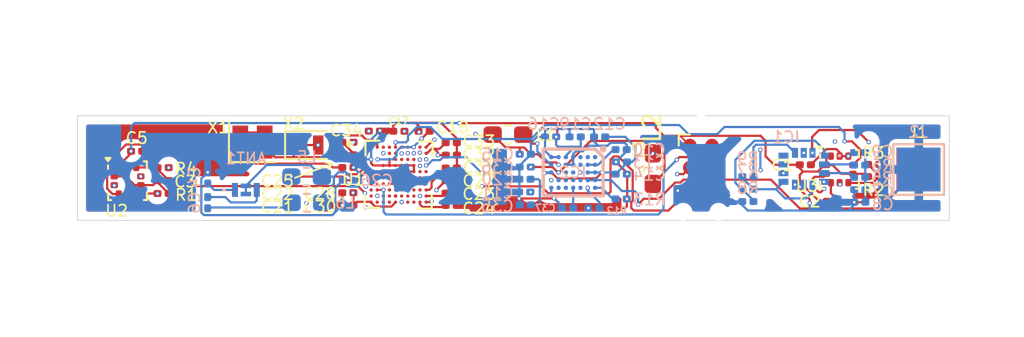
<source format=kicad_pcb>
(kicad_pcb (version 20240108) (generator "pcbnew") (generator_version "8.0")
  (layers (0 "F.Cu" signal "Front") (1 "In1.Cu" signal) (2 "In2.Cu" signal) (31 "B.Cu" signal "Back") (34 "B.Paste" user) (35 "F.Paste" user) (36 "B.SilkS" user "B.Silkscreen") (37 "F.SilkS" user "F.Silkscreen") (38 "B.Mask" user) (39 "F.Mask" user) (44 "Edge.Cuts" user))
  (net 0 "")
  (net 13 "unconnected-(U1A-P0.20-PadJ5)")
  (net 18 "/ISDS_INT_00")
  (net 24 "/ISDS_INT")
  (net 46 "/RESET")
  (net 47 "GND")
  (net 48 "/SWDIO")
  (net 49 "/SWCLK")
  (net 50 "/SWO")
  (net 51 "+3V3")
  (net 52 "VBUS")
  (net 53 "VDD")
  (net 54 "Net-(U1B-DEC4)")
  (net 55 "Net-(U1B-DECUSB)")
  (net 56 "Net-(U1C-XC1)")
  (net 57 "Net-(U1B-DEC5)")
  (net 58 "Net-(U1A-P0.00{slash}XL1)")
  (net 59 "Net-(U1A-ANT)")
  (net 60 "Net-(U1B-DEC1)")
  (net 61 "VCC")
  (net 62 "Net-(U2-SA0)")
  (net 63 "/PADS_INT01")
  (net 64 "/I2C_SDA")
  (net 65 "/I2C_SCL")
  (net 66 "Net-(U3-SA0)")
  (net 67 "Net-(ANT1-DUMMY_PAD_1)")
  (net 68 "Net-(ANT1-RADIATOR_ELECTRODE)")
  (net 69 "Net-(ANT1-FEED_POINT)")
  (net 70 "/RSVD3")
  (net 71 "Net-(IC2-VSET1)")
  (net 72 "Net-(IC2-VSET2)")
  (net 73 "/ISDS_INT_01")
  (net 74 "/PADS_INT02")
  (net 75 "/RSVD2")
  (net 76 "/SAO")
  (net 80 "/NRF_SDA")
  (net 82 "Net-(IC2-SW1)")
  (net 86 "/NRF_SCL")
  (net 89 "/SW2")
  (net 92 "/VBUSIN")
  (net 93 "Net-(IC2-VBUSOUT)")
  (net 94 "Net-(IC2-PVDD)")
  (net 95 "Net-(IC2-VOUT1)")
  (net 96 "/VOUTLD01")
  (net 97 "/3.0V")
  (net 98 "Net-(IC2-VDDIO)")
  (net 99 "/VBAT")
  (net 100 "/RF")
  (net 101 "/RSVD0")
  (net 102 "/RSVD1")
  (footprint "Resistor_SMD:R_0201_0603Metric" (layer "F.Cu") (at 171.3505 71.0605)
    (property "Reference" "R2")
    (property "Value" "0R 1%")
  )
  (footprint "Capacitor_SMD:C_0201_0603Metric" (layer "F.Cu") (at 145.57 68.46)
    (property "Reference" "C18")
    (property "Value" "1uF X7R 10%")
  )
  (footprint "TestPoint:TestPoint_Pad_2.5x2.5mm" (layer "F.Cu") (at 173.91 70.6525)
    (property "Reference" "J1")
    (property "Value" "Conn_01x01_Socket")
  )
  (footprint "NRF52840-CKAA-R:BGA94C35P10X10_360X354X51N" (layer "F.Cu") (at 144.11 70.95)
    (property "Reference" "U1")
    (property "Value" "NRF52840-CKAA-R")
  )
  (footprint "Capacitor_SMD:C_0201_0603Metric" (layer "F.Cu") (at 130.61 71.2875)
    (property "Reference" "C3")
    (property "Value" "100nF 10%")
  )
  (footprint "Capacitor_SMD:C_0201_0603Metric" (layer "F.Cu") (at 147.13 69.115 180)
    (property "Reference" "C33")
    (property "Value" "12pF NPO 2%")
  )
  (footprint "Capacitor_SMD:C_0201_0603Metric" (layer "F.Cu") (at 147.13 70.565 180)
    (property "Reference" "C31")
    (property "Value" "4.7uF X7R 10%")
  )
  (footprint "Capacitor_SMD:C_0201_0603Metric" (layer "F.Cu") (at 147.13 71.29)
    (property "Reference" "C27")
    (property "Value" "4.7uF X7S 10%")
  )
  (footprint "Resistor_SMD:R_0201_0603Metric" (layer "F.Cu") (at 171.3505 70.3605)
    (property "Reference" "R3")
    (property "Value" "~")
  )
  (footprint "Capacitor_SMD:C_0201_0603Metric" (layer "F.Cu") (at 141.2 69.81)
    (property "Reference" "C22")
    (property "Value" "12pF NP0 2%")
  )
  (footprint "Capacitor_SMD:C_0201_0603Metric" (layer "F.Cu") (at 147.13 72.715)
    (property "Reference" "C24")
    (property "Value" "4.7uF X7R 10%")
  )
  (footprint "Resistor_SMD:R_0201_0603Metric" (layer "F.Cu") (at 130.6025 72.03 180)
    (property "Reference" "R1")
    (property "Value" "0R 1%")
  )
  (footprint "Capacitor_SMD:C_0201_0603Metric" (layer "F.Cu") (at 141.195 72.7)
    (property "Reference" "C30")
    (property "Value" "100nF X7R 10%")
  )
  (footprint "Capacitor_SMD:C_0201_0603Metric" (layer "F.Cu") (at 167.4355 70.3805)
    (property "Reference" "C1")
    (property "Value" "100nF 10%")
  )
  (footprint "Package_LGA:ST_HLGA-10_2x2mm_P0.5mm_LayoutBorder3x2y" (layer "F.Cu") (at 128.5625 71.2975)
    (property "Reference" "U2")
    (property "Value" "WSEN-PADS_2511020213301")
  )
  (footprint "Inductor_SMD:L_0603_1608Metric_Pad1.05x0.95mm_HandSolder" (layer "F.Cu") (at 158.69 70.605 90)
    (property "Reference" "L2")
    (property "Value" "2.2uH DCR <400mR 20%")
  )
  (footprint "Crystal:Crystal_SMD_2016-4Pin_2.0x1.6mm" (layer "F.Cu") (at 135.73 69.08)
    (property "Reference" "X1")
    (property "Value" "XTAL 32MHz 8pF")
  )
  (footprint "Capacitor_SMD:C_0201_0603Metric" (layer "F.Cu") (at 141.2 70.535)
    (property "Reference" "C21")
    (property "Value" "12pF NP0 2%")
  )
  (footprint "Capacitor_SMD:C_0201_0603Metric" (layer "F.Cu") (at 147.135 69.8275)
    (property "Reference" "C32")
    (property "Value" "12pF NP0 2%")
  )
  (footprint "Inductor_SMD:L_0603_1608Metric_Pad1.05x0.95mm_HandSolder" (layer "F.Cu") (at 150.38 68.65)
    (property "Reference" "L1")
    (property "Value" "2.2uH DCR <400mR 20%")
  )
  (footprint "Capacitor_SMD:C_0201_0603Metric" (layer "F.Cu") (at 129.085 69.6075)
    (property "Reference" "C5")
    (property "Value" "10uF 10%")
  )
  (footprint "Capacitor_SMD:C_0201_0603Metric" (layer "F.Cu") (at 168.983 72.478)
    (property "Reference" "C2")
    (property "Value" "10uF 10%")
  )
  (footprint "Capacitor_SMD:C_0201_0603Metric" (layer "F.Cu") (at 144.125 68.46)
    (property "Reference" "C17")
    (property "Value" "1uF X7R 10%")
  )
  (footprint "Resistor_SMD:R_0201_0603Metric" (layer "F.Cu") (at 130.605 70.5475 180)
    (property "Reference" "R4")
    (property "Value" "~")
  )
  (footprint "Crystal:Crystal_SMD_2012-2Pin_2.0x1.2mm" (layer "F.Cu") (at 138.8 69.25)
    (property "Reference" "X2")
    (property "Value" "XTAL 32.768kHz 9pF")
  )
  (footprint "Capacitor_SMD:C_0201_0603Metric" (layer "F.Cu") (at 142.72 68.45)
    (property "Reference" "C34")
    (property "Value" "820pF X7R 10%")
  )
  (footprint "Capacitor_SMD:C_0201_0603Metric" (layer "F.Cu") (at 141.205 69.09)
    (property "Reference" "C25")
    (property "Value" "100nF X7R 10%")
  )
  (footprint "Connector:Tag-Connect_TC2030-IDC-NL_2x03_P1.27mm_Vertical" (layer "F.Cu") (at 161.445 70.55 -90)
    (property "Reference" "J3")
    (property "Value" "TagConnect")
  )
  (footprint "Capacitor_SMD:C_0201_0603Metric" (layer "F.Cu") (at 141.195 71.985)
    (property "Reference" "C28")
    (property "Value" "100nF X7R 10%")
  )
  (footprint "Package_LGA:ST_HLGA-10_2x2mm_P0.5mm_LayoutBorder3x2y" (layer "F.Cu") (at 169.4005 70.648)
    (property "Reference" "U3")
    (property "Value" "WSEN-PADS_2511020213301")
  )
  (footprint "Capacitor_SMD:C_0201_0603Metric" (layer "F.Cu") (at 147.125 72.01)
    (property "Reference" "C23")
    (property "Value" "4.7uF X7R 10%")
  )
  (footprint "Inductor_SMD:L_0603_1608Metric_Pad1.05x0.95mm_HandSolder" (layer "B.Cu") (at 138.85 72.56 180)
    (property "Reference" "L6")
    (property "Value" "4.7nH 5% 0201")
  )
  (footprint "TestPoint:TestPoint_Pad_2.5x2.5mm" (layer "B.Cu") (at 173.94 70.6525 180)
    (property "Reference" "J2")
    (property "Value" "Conn_01x01_Socket")
  )
  (footprint "Inductor_SMD:L_0603_1608Metric_Pad1.05x0.95mm_HandSolder" (layer "B.Cu") (at 138.835 71.06)
    (property "Reference" "L5")
    (property "Value" "3.9nH 5% 0201")
  )
  (footprint "Capacitor_SMD:C_0201_0603Metric" (layer "B.Cu") (at 170.558 71.8105 180)
    (property "Reference" "C7")
    (property "Value" "100nF 10%")
  )
  (footprint "Capacitor_SMD:C_0201_0603Metric" (layer "B.Cu") (at 133.16 71.135 -90)
    (property "Reference" "C4")
    (property "Value" "6.2pF NPO 5%")
  )
  (footprint "Capacitor_SMD:C_0201_0603Metric" (layer "B.Cu") (at 141.225 71.2675 180)
    (property "Reference" "C26")
    (property "Value" "1.0pF NPO 5%")
  )
  (footprint "Resistor_SMD:R_0201_0603Metric" (layer "B.Cu") (at 164.138 71.7805 180)
    (property "Reference" "R7")
    (property "Value" "100k 1%")
  )
  (footprint "Capacitor_SMD:C_0201_0603Metric" (layer "B.Cu") (at 170.553 69.6805 180)
    (property "Reference" "C9")
    (property "Value" "4.7uF 10%")
  )
  (footprint "Capacitor_SMD:C_0201_0603Metric" (layer "B.Cu") (at 156.87 69.5125)
    (property "Reference" "C10")
    (property "Value" "1.0uF")
  )
  (footprint "Capacitor_SMD:C_0201_0603Metric" (layer "B.Cu") (at 133.16 72.555 -90)
    (property "Reference" "C6")
    (property "Value" "0.8pF NPO 5%")
  )
  (footprint "ANT016008LCS2442MA1:ANT016008LCS2442MA1" (layer "B.Cu") (at 135.35 71.825)
    (property "Reference" "ANT1")
    (property "Value" "ANT016008LCS2442MA1" (hide yes))
  )
  (footprint "Capacitor_SMD:C_0201_0603Metric" (layer "B.Cu") (at 155.635 68.78 180)
    (property "Reference" "C12")
    (property "Value" "10uF X5R 25V 20%")
  )
  (footprint "nPM1300-CAAA-R:BGA35C44P7X5_308X238X51" (layer "B.Cu") (at 154.121 70.8225 180)
    (property "Reference" "IC2")
    (property "Value" "nPM1300-CAAA-R" (hide yes))
  )
  (footprint "Capacitor_SMD:C_0201_0603Metric" (layer "B.Cu") (at 156.88 70.92)
    (property "Reference" "C14")
    (property "Value" "10uF X5R 25V 20%")
  )
  (footprint "Capacitor_SMD:C_0201_0603Metric" (layer "B.Cu") (at 154.235 68.78 180)
    (property "Reference" "C19")
    (property "Value" "10uF X5R 25V 20%")
  )
  (footprint "Capacitor_SMD:C_0201_0603Metric" (layer "B.Cu") (at 170.558 72.5305 180)
    (property "Reference" "C8")
    (property "Value" "100nF 10%")
  )
  (footprint "Capacitor_SMD:C_0201_0603Metric" (layer "B.Cu") (at 152.825 68.78 180)
    (property "Reference" "C16")
    (property "Value" "10uF X5R 25V 20%")
  )
  (footprint "Capacitor_SMD:C_0201_0603Metric" (layer "B.Cu") (at 151.37 70.51 180)
    (property "Reference" "C36")
    (property "Value" "10uF X5R 25V 20%")
  )
  (footprint "2536030320001:2536030320001" (layer "B.Cu") (at 167.343 70.61 180)
    (property "Reference" "IC1")
    (property "Value" "2536030320001" (hide yes))
  )
  (footprint "Capacitor_SMD:C_0201_0603Metric" (layer "B.Cu") (at 153.795 72.865 180)
    (property "Reference" "C37")
    (property "Value" "100nF X5R 10%")
  )
  (footprint "Capacitor_SMD:C_0201_0603Metric" (layer "B.Cu") (at 151.375 72.68 180)
    (property "Reference" "C35")
    (property "Value" "10uF X5R 25V 20%")
  )
  (footprint "Resistor_SMD:R_0201_0603Metric" (layer "B.Cu") (at 155.31 72.87 180)
    (property "Reference" "R12")
    (property "Value" "47k 1%")
  )
  (footprint "Capacitor_SMD:C_0201_0603Metric" (layer "B.Cu") (at 151.375 69.78)
    (property "Reference" "C15")
    (property "Value" "10uF X5R 25V 20%")
  )
  (footprint "Resistor_SMD:R_0201_0603Metric" (layer "B.Cu") (at 170.548 70.4005 180)
    (property "Reference" "R6")
    (property "Value" "0R 1%")
  )
  (footprint "Capacitor_SMD:C_0201_0603Metric" (layer "B.Cu") (at 151.355 71.21 180)
    (property "Reference" "C20")
    (property "Value" "10uF X5R 25V 20%")
  )
  (footprint "Capacitor_SMD:C_0201_0603Metric" (layer "B.Cu") (at 151.34 71.94 180)
    (property "Reference" "C11")
    (property "Value" "1.0uF X5R 10V 10%")
  )
  (footprint "Resistor_SMD:R_0201_0603Metric" (layer "B.Cu") (at 170.553 71.1005 180)
    (property "Reference" "R5")
    (property "Value" "0R 1%")
  )
  (footprint "Resistor_SMD:R_0201_0603Metric" (layer "B.Cu") (at 156.875 72.3425)
    (property "Reference" "R13")
    (property "Value" "270k 1%")
  )
  (footprint "Resistor_SMD:R_0201_0603Metric" (layer "B.Cu") (at 164.138 72.4905 180)
    (property "Reference" "R8")
    (property "Value" "~")
  )
  (footprint "Resistor_SMD:R_0201_0603Metric" (layer "B.Cu") (at 164.138 71.0605 180)
    (property "Reference" "R9")
    (property "Value" "100k 1%")
  )
  (footprint "Capacitor_SMD:C_0201_0603Metric" (layer "B.Cu") (at 156.89 70.22 180)
    (property "Reference" "C13")
    (property "Value" "10uF X5R 25V 20%")
  )
  (gr_line (start 138.17 71.13) (end 140.29 70.33) (stroke (width 0.1)) (layer "F.SilkS"))
  (gr_line (start 140.09 70.62) (end 140.29 70.33) (stroke (width 0.1)) (layer "F.SilkS"))
  (gr_line (start 140.29 70.33) (end 140.09 70.62) (stroke (width 0.1)) (layer "F.SilkS"))
  (gr_line (start 140.29 70.33) (end 139.94 70.26) (stroke (width 0.1)) (layer "F.SilkS"))
  (gr_rect (start 125.69 67.57) (end 175.69 73.57) (stroke (width 0.05)) (fill none) (layer "Edge.Cuts"))
  (segment (start 136.43 68.53) (end 135.03 68.53) (width 0.127) (layer "F.Cu") (net 0))
  (segment (start 143.935 72.17) (end 143.935 72.175) (width 0.2) (layer "F.Cu") (net 13))
  (segment (start 145.685 70.07) (end 145.69 70.07) (width 0.127) (layer "F.Cu") (net 18))
  (via (at 168.5005 71.360369) (size 0.25) (drill 0.15) (layers "F.Cu" "B.Cu") (net 18))
  (via (at 164.87 70.69) (size 0.25) (drill 0.15) (layers "F.Cu" "B.Cu") (net 18))
  (via (at 148.525 68.6165) (size 0.25) (drill 0.15) (layers "F.Cu" "B.Cu") (net 18))
  (via (at 145.69 70.07) (size 0.25) (drill 0.15) (layers "F.Cu" "B.Cu") (net 18))
  (via (at 164.855 69.5215) (size 0.25) (drill 0.15) (layers "F.Cu" "B.Cu") (net 18))
  (segment (start 168.506 71.36) (end 168.500869 71.36) (width 0.2) (layer "B.Cu") (net 18))
  (segment (start 168.500869 71.36) (end 168.5005 71.360369) (width 0.2) (layer "B.Cu") (net 18))
  (segment (start 164.855 69.5215) (end 164.855 70.675) (width 0.127) (layer "B.Cu") (net 18))
  (segment (start 164.855 70.675) (end 164.87 70.69) (width 0.127) (layer "B.Cu") (net 18))
  (segment (start 164.607 69.233) (end 166.378 69.233) (width 0.127) (layer "B.Cu") (net 24))
  (segment (start 164.458 69.382) (end 164.607 69.233) (width 0.127) (layer "B.Cu") (net 24))
  (segment (start 164.458 71.0605) (end 164.458 69.382) (width 0.127) (layer "B.Cu") (net 24))
  (segment (start 166.378 69.233) (end 166.843 69.698) (width 0.127) (layer "B.Cu") (net 24))
  (segment (start 160.08 70.915) (end 160.445 70.915) (width 0.127) (layer "F.Cu") (net 46))
  (segment (start 160.445 70.915) (end 160.81 70.55) (width 0.127) (layer "F.Cu") (net 46))
  (via (at 144.285 72.52) (size 0.25) (drill 0.15) (layers "F.Cu" "B.Cu") (net 46))
  (via (at 160.08 70.915) (size 0.25) (drill 0.15) (layers "F.Cu" "B.Cu") (net 46))
  (segment (start 153.5785 72.86) (end 154.99 72.86) (width 0.127) (layer "F.Cu") (net 47))
  (segment (start 147.455 70.56) (end 147.45 70.565) (width 0.127) (layer "F.Cu") (net 47))
  (segment (start 144.285 70.77) (end 144.635 70.77) (width 0.127) (layer "F.Cu") (net 47))
  (segment (start 170.238 72.5305) (end 169.3555 72.5305) (width 0.127) (layer "F.Cu") (net 47))
  (segment (start 141.52 69.81) (end 141.52 69.7286) (width 0.127) (layer "F.Cu") (net 47))
  (segment (start 145.278335 68.510815) (end 145.25 68.48248) (width 0.127) (layer "F.Cu") (net 47))
  (segment (start 169.209999 69.4825) (end 169.4005 69.673001) (width 0.127) (layer "F.Cu") (net 47))
  (segment (start 130.285 70.6389) (end 130.93 71.2839) (width 0.127) (layer "F.Cu") (net 47))
  (segment (start 145.09 67.9825) (end 145.25 68.1425) (width 0.127) (layer "F.Cu") (net 47))
  (segment (start 172.091 71.2836) (end 172.091 70.781) (width 0.127) (layer "F.Cu") (net 47))
  (segment (start 129.405 69.6075) (end 129.405 70.1925) (width 0.127) (layer "F.Cu") (net 47))
  (segment (start 144.285 71.47) (end 143.935 71.47) (width 0.127) (layer "F.Cu") (net 47))
  (segment (start 143.585 70.07) (end 143.585 70.42) (width 0.127) (layer "F.Cu") (net 47))
  (segment (start 144.285 70.42) (end 143.935 70.42) (width 0.127) (layer "F.Cu") (net 47))
  (segment (start 129.405 69.275) (end 129.405 69.6075) (width 0.127) (layer "F.Cu") (net 47))
  (segment (start 157.22 70.91) (end 157.22 72.32) (width 0.127) (layer "F.Cu") (net 47))
  (segment (start 127.397 70.303) (end 128.483 69.217) (width 0.127) (layer "F.Cu") (net 47))
  (segment (start 143.935 71.12) (end 143.585 71.12) (width 0.127) (layer "F.Cu") (net 47))
  (segment (start 172.091 70.781) (end 171.6705 70.3605) (width 0.127) (layer "F.Cu") (net 47))
  (segment (start 167.684435 72.584435) (end 167.684435 72.363435) (width 0.127) (layer "F.Cu") (net 47))
  (segment (start 143.805 68.46) (end 143.805 68.1275) (width 0.127) (layer "F.Cu") (net 47))
  (segment (start 146.5475 67.9775) (end 147.45 68.88) (width 0.127) (layer "F.Cu") (net 47))
  (segment (start 144.285 71.12) (end 143.935 71.12) (width 0.127) (layer "F.Cu") (net 47))
  (segment (start 130.285 70.5475) (end 130.285 70.6389) (width 0.127) (layer "F.Cu") (net 47))
  (segment (start 157.22 72.32) (end 157.2 72.34) (width 0.127) (layer "F.Cu") (net 47))
  (segment (start 147.45 72.67) (end 147.445 72.675) (width 0.127) (layer "F.Cu") (net 47))
  (segment (start 170.2425 72.535) (end 170.8396 72.535) (width 0.127) (layer "F.Cu") (net 47))
  (segment (start 147.45 70.565) (end 147.45 71.29) (width 0.127) (layer "F.Cu") (net 47))
  (segment (start 131.9525 69.6075) (end 129.405 69.6075) (width 0.127) (layer "F.Cu") (net 47))
  (segment (start 168.6535 69.4825) (end 169.209999 69.4825) (width 0.127) (layer "F.Cu") (net 47))
  (segment (start 169.3555 72.5305) (end 169.303 72.478) (width 0.127) (layer "F.Cu") (net 47))
  (segment (start 143.235 70.42) (end 142.653224 70.42) (width 0.127) (layer "F.Cu") (net 47))
  (segment (start 145.93 72.52) (end 145.685 72.52) (width 0.127) (layer "F.Cu") (net 47))
  (segment (start 143.585 70.77) (end 143.935 70.77) (width 0.127) (layer "F.Cu") (net 47))
  (segment (start 143.585 71.47) (end 143.935 71.47) (width 0.127) (layer "F.Cu") (net 47))
  (segment (start 143.795 68.45) (end 143.805 68.46) (width 0.127) (layer "F.Cu") (net 47))
  (segment (start 143.935 70.77) (end 144.285 70.77) (width 0.127) (layer "F.Cu") (net 47))
  (segment (start 147.45 71.29) (end 147.45 72.015) (width 0.127) (layer "F.Cu") (net 47))
  (segment (start 127.397 71.752576) (end 127.397 70.303) (width 0.127) (layer "F.Cu") (net 47))
  (segment (start 153.025 72.3065) (end 153.5785 72.86) (width 0.127) (layer "F.Cu") (net 47))
  (segment (start 151.02 72.315) (end 153.0165 72.315) (width 0.127) (layer "F.Cu") (net 47))
  (segment (start 145.005 67.9775) (end 146.5475 67.9775) (width 0.127) (layer "F.Cu") (net 47))
  (segment (start 144.985 71.12) (end 144.635 71.12) (width 0.127) (layer "F.Cu") (net 47))
  (segment (start 129.405 70.1925) (end 129.0625 70.535) (width 0.127) (layer "F.Cu") (net 47))
  (segment (start 144.635 70.42) (end 144.285 70.42) (width 0.127) (layer "F.Cu") (net 47))
  (segment (start 167.7555 70.3805) (end 168.6535 69.4825) (width 0.127) (layer "F.Cu") (net 47))
  (segment (start 157.2 72.34) (end 157.2 72.76) (width 0.127) (layer "F.Cu") (net 47))
  (segment (start 153.0165 72.315) (end 153.025 72.3065) (width 0.127) (layer "F.Cu") (net 47))
  (segment (start 171.6705 70.3569) (end 171.6705 70.3605) (width 0.127) (layer "F.Cu") (net 47))
  (segment (start 145.25 68.1425) (end 145.25 68.46) (width 0.127) (layer "F.Cu") (net 47))
  (segment (start 170.8396 72.535) (end 172.091 71.2836) (width 0.127) (layer "F.Cu") (net 47))
  (segment (start 144.635 70.77) (end 144.985 70.77) (width 0.127) (layer "F.Cu") (net 47))
  (segment (start 144.985 71.47) (end 144.635 71.47) (width 0.127) (layer "F.Cu") (net 47))
  (segment (start 157.1 72.86) (end 154.99 72.86) (width 0.127) (layer "F.Cu") (net 47))
  (segment (start 144.985 70.77) (end 144.985 70.42) (width 0.127) (layer "F.Cu") (net 47))
  (segment (start 127.704424 72.06) (end 127.397 71.752576) (width 0.127) (layer "F.Cu") (net 47))
  (segment (start 160.765 71.865) (end 160.81 71.82) (width 0.127) (layer "F.Cu") (net 47))
  (segment (start 147.445 72.675) (end 147.45 72.68) (width 0.127) (layer "F.Cu") (net 47))
  (segment (start 147.45 69.115) (end 147.45 69.8225) (width 0.127) (layer "F.Cu") (net 47))
  (segment (start 169.303 72.423) (end 168.9005 72.0205) (width 0.127) (layer "F.Cu") (net 47))
  (segment (start 147.45 68.88) (end 147.45 69.115) (width 0.127) (layer "F.Cu") (net 47))
  (segment (start 128.483 69.217) (end 129.347 69.217) (width 0.127) (layer "F.Cu") (net 47))
  (segment (start 143.04 68.427) (end 143.04 68.45) (width 0.127) (layer "F.Cu") (net 47))
  (segment (start 143.585 70.42) (end 143.935 70.42) (width 0.127) (layer "F.Cu") (net 47))
  (segment (start 143.04 68.45) (end 143.795 68.45) (width 0.127) (layer "F.Cu") (net 47))
  (segment (start 143.805 68.1275) (end 143.955 67.9775) (width 0.127) (layer "F.Cu") (net 47))
  (segment (start 144.985 70.42) (end 144.635 70.42) (width 0.127) (layer "F.Cu") (net 47))
  (segment (start 167.684435 72.363435) (end 166.843 71.522) (width 0.127) (layer "F.Cu") (net 47))
  (segment (start 168.9005 72.0205) (end 168.9005 71.4105) (width 0.127) (layer "F.Cu") (net 47))
  (segment (start 144.635 71.47) (end 144.285 71.47) (width 0.127) (layer "F.Cu") (net 47))
  (segment (start 146.001999 72.481501) (end 145.968499 72.481501) (width 0.127) (layer "F.Cu") (net 47))
  (segment (start 140.875 72.7) (end 140.875 71.985) (width 0.127) (layer "F.Cu") (net 47))
  (segment (start 130.93 71.2839) (end 130.93 71.2875) (width 0.127) (layer "F.Cu") (net 47))
  (segment (start 144.635 71.12) (end 144.285 71.12) (width 0.127) (layer "F.Cu") (net 47))
  (segment (start 147.455 69.8275) (end 147.455 70.56) (width 0.127) (layer "F.Cu") (net 47))
  (segment (start 157.2 72.76) (end 157.1 72.86) (width 0.127) (layer "F.Cu") (net 47))
  (segment (start 147.45 69.8225) (end 147.455 69.8275) (width 0.127) (layer "F.Cu") (net 47))
  (segment (start 169.4005 69.8855) (end 169.9005 69.8855) (width 0.127) (layer "F.Cu") (net 47))
  (segment (start 129.347 69.217) (end 129.405 69.275) (width 0.127) (layer "F.Cu") (net 47))
  (segment (start 141.52 70.535) (end 141.52 69.81) (width 0.127) (layer "F.Cu") (net 47))
  (segment (start 147.45 72.015) (end 147.45 72.67) (width 0.127) (layer "F.Cu") (net 47))
  (segment (start 143.585 70.42) (end 143.235 70.42) (width 0.127) (layer "F.Cu") (net 47))
  (segment (start 129.0625 70.535) (end 130.2725 70.535) (width 0.127) (layer "F.Cu") (net 47))
  (segment (start 128.5625 70.535) (end 129.0625 70.535) (width 0.127) (layer "F.Cu") (net 47))
  (segment (start 157.22 70.86) (end 156.58 70.22) (width 0.127) (layer "F.Cu") (net 47))
  (segment (start 145.968499 72.481501) (end 145.93 72.52) (width 0.127) (layer "F.Cu") (net 47))
  (segment (start 169.4005 69.673001) (end 169.4005 69.8855) (width 0.127) (layer "F.Cu") (net 47))
  (segment (start 142.535 70.301776) (end 142.535 70.07) (width 0.127) (layer "F.Cu") (net 47))
  (segment (start 160.12 71.865) (end 160.765 71.865) (width 0.127) (layer "F.Cu") (net 47))
  (segment (start 143.585 71.12) (end 143.585 70.77) (width 0.127) (layer "F.Cu") (net 47))
  (segment (start 143.955 67.9775) (end 144.995 67.9775) (width 0.127) (layer "F.Cu") (net 47))
  (segment (start 170.238 72.5305) (end 170.2425 72.535) (width 0.127) (layer "F.Cu") (net 47))
  (segment (start 147.45 72.68) (end 147.45 72.715) (width 0.127) (layer "F.Cu") (net 47))
  (segment (start 128.0625 72.06) (end 127.704424 72.06) (width 0.127) (layer "F.Cu") (net 47))
  (segment (start 130.2725 70.535) (end 130.285 70.5475) (width 0.127) (layer "F.Cu") (net 47))
  (segment (start 169.303 72.478) (end 169.303 72.423) (width 0.127) (layer "F.Cu") (net 47))
  (segment (start 145.25 68.48248) (end 145.25 68.46) (width 0.127) (layer "F.Cu") (net 47))
  (segment (start 144.985 71.47) (end 144.985 71.12) (width 0.127) (layer "F.Cu") (net 47))
  (segment (start 141.52 69.7286) (end 140.885 69.0936) (width 0.127) (layer "F.Cu") (net 47))
  (segment (start 140.885 69.0936) (end 140.885 69.09) (width 0.127) (layer "F.Cu") (net 47))
  (segment (start 157.22 70.91) (end 157.22 70.86) (width 0.127) (layer "F.Cu") (net 47))
  (segment (start 142.535 70.246776) (end 142.535 70.246776) (width 0.127) (layer "F.Cu") (net 47))
  (segment (start 142.653224 70.42) (end 142.535 70.301776) (width 0.127) (layer "F.Cu") (net 47))
  (segment (start 133.16 70.815) (end 131.9525 69.6075) (width 0.127) (layer "F.Cu") (net 47))
  (via (at 142.23 71.635) (size 0.25) (drill 0.15) (layers "F.Cu" "B.Cu") (net 47))
  (via (at 151.02 72.315) (size 0.25) (drill 0.15) (layers "F.Cu" "B.Cu") (net 47))
  (via (at 171.6705 70.3605) (size 0.25) (drill 0.15) (layers "F.Cu" "B.Cu") (net 47))
  (via (at 170.238 72.5305) (size 0.25) (drill 0.15) (layers "F.Cu" "B.Cu") (net 47))
  (via (at 145.278335 68.510815) (size 0.25) (drill 0.15) (layers "F.Cu" "B.Cu") (net 47))
  (via (at 166.843 71.522) (size 0.25) (drill 0.15) (layers "F.Cu" "B.Cu") (net 47))
  (via (at 160.12 71.865) (size 0.25) (drill 0.15) (layers "F.Cu" "B.Cu") (net 47))
  (via (at 157.22 70.91) (size 0.25) (drill 0.15) (layers "F.Cu" "B.Cu") (net 47))
  (via (at 153.025 72.3065) (size 0.25) (drill 0.15) (layers "F.Cu" "B.Cu") (net 47))
  (via (at 169.9005 69.8855) (size 0.25) (drill 0.15) (layers "F.Cu" "B.Cu") (net 47))
  (via (at 142.535 70.07) (size 0.25) (drill 0.15) (layers "F.Cu" "B.Cu") (net 47))
  (via (at 133.16 70.815) (size 0.25) (drill 0.15) (layers "F.Cu" "B.Cu") (net 47))
  (via (at 156.58 70.22) (size 0.25) (drill 0.15) (layers "F.Cu" "B.Cu") (net 47))
  (via (at 141.52 70.535) (size 0.25) (drill 0.15) (layers "F.Cu" "B.Cu") (net 47))
  (via (at 146.001999 72.481501) (size 0.25) (drill 0.15) (layers "F.Cu" "B.Cu") (net 47))
  (via (at 143.04 68.427) (size 0.25) (drill 0.15) (layers "F.Cu" "B.Cu") (net 47))
  (via (at 167.684435 72.584435) (size 0.25) (drill 0.15) (layers "F.Cu" "B.Cu") (net 47))
  (via (at 157.2 72.34) (size 0.25) (drill 0.15) (layers "F.Cu" "B.Cu") (net 47))
  (via (at 144.631989 69.716989) (size 0.25) (drill 0.15) (layers "F.Cu" "B.Cu") (net 47))
  (via (at 140.875 72.7) (size 0.25) (drill 0.15) (layers "F.Cu" "B.Cu") (net 47))
  (via (at 154.99 72.86) (size 0.25) (drill 0.15) (layers "F.Cu" "B.Cu") (net 47))
  (segment (start 170.1055 69.6805) (end 169.9005 69.8855) (width 0.1) (layer "B.Cu") (net 47))
  (segment (start 155.315 69.045) (end 155.315 68.78) (width 0.127) (layer "B.Cu") (net 47))
  (segment (start 141.2685 71.631) (end 140.905 71.2675) (width 0.127) (layer "B.Cu") (net 47))
  (segment (start 151.695 69.135) (end 151.695 69.78) (width 0.127) (layer "B.Cu") (net 47))
  (segment (start 155.56 69.29) (end 155.38 69.11) (width 0.127) (layer "B.Cu") (net 47))
  (segment (start 153.025 72.3065) (end 152.864 72.1455) (width 0.127) (layer "B.Cu") (net 47))
  (segment (start 140.3065 73.2685) (end 140.1215 73.2685) (width 0.127) (layer "B.Cu") (net 47))
  (segment (start 152.505 68.445) (end 152.62 68.33) (width 0.127) (layer "B.Cu") (net 47))
  (segment (start 154.121 69.9425) (end 154.121 69.765724) (width 0.127) (layer "B.Cu") (net 47))
  (segment (start 156.58 70.22) (end 156.5664 70.22) (width 0.127) (layer "B.Cu") (net 47))
  (segment (start 141.52 70.535) (end 141.9385 70.9535) (width 0.127) (layer "B.Cu") (net 47))
  (segment (start 155.315 68.375) (end 155.315 68.78) (width 0.127) (layer "B.Cu") (net 47))
  (segment (start 173.94 70.655) (end 173.94 70.6525) (width 0.127) (layer "B.Cu") (net 47))
  (segment (start 156.57 70.2164) (end 156.57 70.22) (width 0.127) (layer "B.Cu") (net 47))
  (segment (start 141.9385 71.479416) (end 141.786916 71.631) (width 0.127) (layer "B.Cu") (net 47))
  (segment (start 153.92 68.33) (end 155.27 68.33) (width 0.127) (layer "B.Cu") (net 47))
  (segment (start 151.02 71.94) (end 151.02 72.645) (width 0.127) (layer "B.Cu") (net 47))
  (segment (start 157.19 69.5125) (end 157.1005 69.602) (width 0.127) (layer "B.Cu") (net 47))
  (segment (start 140.875 72.7) (end 140.3065 73.2685) (width 0.127) (layer "B.Cu") (net 47))
  (segment (start 167.85 73.0065) (end 169.9135 73.0065) (width 0.127) (layer "B.Cu") (net 47))
  (segment (start 157.1005 69.6859) (end 156.58 70.2064) (width 0.127) (layer "B.Cu") (net 47))
  (segment (start 151.02 72.315) (end 151.055 72.35) (width 0.127) (layer "B.Cu") (net 47))
  (segment (start 156.2566 69.122) (end 156.0886 69.29) (width 0.127) (layer "B.Cu") (net 47))
  (segment (start 140.478013 73.096987) (end 140.478013 71.703013) (width 0.127) (layer "B.Cu") (net 47))
  (segment (start 157.19 72.3375) (end 157.195 72.3425) (width 0.127) (layer "B.Cu") (net 47))
  (segment (start 163.8125 72.485) (end 163.818 72.4905) (width 0.127) (layer "B.Cu") (net 47))
  (segment (start 152.505 68.78) (end 152.505 68.445) (width 0.127) (layer "B.Cu") (net 47))
  (segment (start 143.04 68.427) (end 142.535 68.932) (width 0.127) (layer "B.Cu") (net 47))
  (segment (start 157.1005 69.602) (end 157.1005 69.6859) (width 0.127) (layer "B.Cu") (net 47))
  (segment (start 141.786916 71.631) (end 141.2685 71.631) (width 0.127) (layer "B.Cu") (net 47))
  (segment (start 153.283 69.9425) (end 152.864 69.9425) (width 0.127) (layer "B.Cu") (net 47))
  (segment (start 152.05 68.78) (end 152.505 68.78) (width 0.127) (layer "B.Cu") (net 47))
  (segment (start 160.12 72.015) (end 160.59 72.485) (width 0.127) (layer "B.Cu") (net 47))
  (segment (start 156.0886 69.29) (end 155.56 69.29) (width 0.127) (layer "B.Cu") (net 47))
  (segment (start 153.915 68.78) (end 153.915 68.335) (width 0.127) (layer "B.Cu") (net 47))
  (segment (start 152.505 69.5835) (end 152.505 68.78) (width 0.127) (layer "B.Cu") (net 47))
  (segment (start 151.055 72.35) (end 151.055 72.68) (width 0.127) (layer "B.Cu") (net 47))
  (segment (start 141.9385 70.9535) (end 141.9385 71.479416) (width 0.127) (layer "B.Cu") (net 47))
  (segment (start 132.948084 73.2685) (end 140.1215 73.2685) (width 0.127) (layer "B.Cu") (net 47))
  (segment (start 133.145 70.8) (end 133.16 70.815) (width 0.127) (layer "B.Cu") (net 47))
  (segment (start 152.05 68.78) (end 151.695 69.135) (width 0.127) (layer "B.Cu") (net 47))
  (segment (start 167.684435 72.840935) (end 167.85 73.0065) (width 0.127) (layer "B.Cu") (net 47))
  (segment (start 166.843 71.522) (end 167.343 71.522) (width 0.127) (layer "B.Cu") (net 47))
  (segment (start 156.58 70.2064) (end 156.58 70.22) (width 0.127) (layer "B.Cu") (net 47))
  (segment (start 152.62 68.33) (end 153.92 68.33) (width 0.127) (layer "B.Cu") (net 47))
  (segment (start 142.535 68.932) (end 142.535 70.07) (width 0.127) (layer "B.Cu") (net 47))
  (segment (start 154.282724 69.604) (end 154.681 69.604) (width 0.127) (layer "B.Cu") (net 47))
  (segment (start 160.12 71.865) (end 160.12 72.015) (width 0.127) (layer "B.Cu") (net 47))
  (segment (start 157.195 70.925) (end 157.21 70.91) (width 0.127) (layer "B.Cu") (net 47))
  (segment (start 157.22 70.9) (end 157.2 70.92) (width 0.127) (layer "B.Cu") (net 47))
  (segment (start 151.035 70.525) (end 151.05 70.51) (width 0.127) (layer "B.Cu") (net 47))
  (segment (start 169.9135 73.0065) (end 170.238 72.682) (width 0.127) (layer "B.Cu") (net 47))
  (segment (start 153.0265 72.3065) (end 153.59 72.87) (width 0.127) (layer "B.Cu") (net 47))
  (segment (start 140.905 71.2675) (end 140.905 71.276026) (width 0.127) (layer "B.Cu") (net 47))
  (segment (start 151.035 71.21) (end 151.035 71.925) (width 0.127) (layer "B.Cu") (net 47))
  (segment (start 152.864 69.9425) (end 152.505 69.5835) (width 0.127) (layer "B.Cu") (net 47))
  (segment (start 141.52 70.535) (end 141.985 70.07) (width 0.127) (layer "B.Cu") (net 47))
  (segment (start 151.05 70.425) (end 151.695 69.78) (width 0.127) (layer "B.Cu") (net 47))
  (segment (start 157.19 69.24) (end 157.072 69.122) (width 0.127) (layer "B.Cu") (net 47))
  (segment (start 169.9135 73.0065) (end 171.5885 73.0065) (width 0.127) (layer "B.Cu") (net 47))
  (segment (start 151.02 72.645) (end 151.055 72.68) (width 0.127) (layer "B.Cu") (net 47))
  (segment (start 151.035 71.925) (end 151.02 71.94) (width 0.127) (layer "B.Cu") (net 47))
  (segment (start 155.27 68.33) (end 155.315 68.375) (width 0.127) (layer "B.Cu") (net 47))
  (segment (start 152.864 72.1455) (end 152.864 71.7025) (width 0.127) (layer "B.Cu") (net 47))
  (segment (start 154.995 69.29) (end 155.56 69.29) (width 0.127) (layer "B.Cu") (net 47))
  (segment (start 154.121 69.9425) (end 154.121 70.3825) (width 0.127) (layer "B.Cu") (net 47))
  (segment (start 157.195 72.3425) (end 157.2 72.34) (width 0.127) (layer "B.Cu") (net 47))
  (segment (start 170.233 69.6805) (end 170.1055 69.6805) (width 0.1) (layer "B.Cu") (net 47))
  (segment (start 171.5885 73.0065) (end 173.94 70.655) (width 0.127) (layer "B.Cu") (net 47))
  (segment (start 170.238 72.682) (end 170.238 72.5305) (width 0.127) (layer "B.Cu") (net 47))
  (segment (start 156.5664 70.22) (end 156.57 70.2164) (width 0.127) (layer "B.Cu") (net 47))
  (segment (start 153.702 70.3825) (end 154.121 70.3825) (width 0.127) (layer "B.Cu") (net 47))
  (segment (start 133.16 70.815) (end 132.7965 71.1785) (width 0.127) (layer "B.Cu") (net 47))
  (segment (start 160.59 72.485) (end 163.8125 72.485) (width 0.127) (layer "B.Cu") (net 47))
  (segment (start 164.134001 73.0065) (end 167.85 73.0065) (width 0.127) (layer "B.Cu") (net 47))
  (segment (start 163.818 72.690499) (end 164.134001 73.0065) (width 0.127) (layer "B.Cu") (net 47))
  (segment (start 157.21 70.91) (end 157.22 70.91) (width 0.127) (layer "B.Cu") (net 47))
  (segment (start 167.684435 72.584435) (end 167.684435 72.840935) (width 0.127) (layer "B.Cu") (net 47))
  (segment (start 132.7965 73.116916) (end 132.948084 73.2685) (width 0.127) (layer "B.Cu") (net 47))
  (segment (start 153.025 72.3065) (end 153.0265 72.3065) (width 0.127) (layer "B.Cu") (net 47))
  (segment (start 153.915 68.335) (end 153.92 68.33) (width 0.127) (layer "B.Cu") (net 47))
  (segment (start 140.3065 73.2685) (end 140.478013 73.096987) (width 0.127) (layer "B.Cu") (net 47))
  (segment (start 157.072 69.122) (end 156.2566 69.122) (width 0.127) (layer "B.Cu") (net 47))
  (segment (start 141.985 70.07) (end 142.535 70.07) (width 0.127) (layer "B.Cu") (net 47))
  (segment (start 151.035 71.21) (end 151.035 70.525) (width 0.127) (layer "B.Cu") (net 47))
  (segment (start 151.05 70.51) (end 151.05 70.425) (width 0.127) (layer "B.Cu") (net 47))
  (segment (start 155.38 69.11) (end 155.315 69.045) (width 0.127) (layer "B.Cu") (net 47))
  (segment (start 132.7965 71.1785) (end 132.7965 73.116916) (width 0.127) (layer "B.Cu") (net 47))
  (segment (start 163.818 72.4905) (end 163.818 72.690499) (width 0.127) (layer "B.Cu") (net 47))
  (segment (start 154.121 69.765724) (end 154.282724 69.604) (width 0.127) (layer "B.Cu") (net 47))
  (segment (start 154.681 69.604) (end 154.995 69.29) (width 0.127) (layer "B.Cu") (net 47))
  (segment (start 157.19 69.5125) (end 157.19 69.24) (width 0.127) (layer "B.Cu") (net 47))
  (segment (start 170.238 72.5305) (end 170.238 71.8105) (width 0.127) (layer "B.Cu") (net 47))
  (segment (start 140.478013 71.703013) (end 140.905 71.276026) (width 0.127) (layer "B.Cu") (net 47))
  (segment (start 157.22 70.91) (end 157.22 70.9) (width 0.127) (layer "B.Cu") (net 47))
  (segment (start 152.293815 71.62) (end 152.691815 72.018) (width 0.127) (layer "F.Cu") (net 48))
  (segment (start 159.580816 73.0065) (end 160.192316 72.395) (width 0.127) (layer "F.Cu") (net 48))
  (segment (start 157.5355 70.729315) (end 157.5355 72.450685) (width 0.127) (layer "F.Cu") (net 48))
  (segment (start 152.691815 72.018) (end 156.171 72.018) (width 0.127) (layer "F.Cu") (net 48))
  (segment (start 160.192316 72.395) (end 161.505 72.395) (width 0.127) (layer "F.Cu") (net 48))
  (segment (start 157.454 72.532185) (end 157.454 72.86521) (width 0.127) (layer "F.Cu") (net 48))
  (segment (start 156.710685 69.9045) (end 157.5355 70.729315) (width 0.127) (layer "F.Cu") (net 48))
  (segment (start 157.454 72.86521) (end 157.59529 73.0065) (width 0.127) (layer "F.Cu") (net 48))
  (segment (start 157.59529 73.0065) (end 159.580816 73.0065) (width 0.127) (layer "F.Cu") (net 48))
  (segment (start 157.5355 72.450685) (end 157.454 72.532185) (width 0.127) (layer "F.Cu") (net 48))
  (segment (start 156.2645 71.9245) (end 156.2645 70.089315) (width 0.127) (layer "F.Cu") (net 48))
  (segment (start 161.505 72.395) (end 162.08 71.82) (width 0.127) (layer "F.Cu") (net 48))
  (segment (start 148.89 71.62) (end 152.293815 71.62) (width 0.127) (layer "F.Cu") (net 48))
  (segment (start 156.449315 69.9045) (end 156.710685 69.9045) (width 0.127) (layer "F.Cu") (net 48))
  (segment (start 156.171 72.018) (end 156.2645 71.9245) (width 0.127) (layer "F.Cu") (net 48))
  (segment (start 156.2645 70.089315) (end 156.449315 69.9045) (width 0.127) (layer "F.Cu") (net 48))
  (via (at 148.89 71.62) (size 0.25) (drill 0.15) (layers "F.Cu" "B.Cu") (net 48))
  (via (at 142.888011 72.166989) (size 0.25) (drill 0.15) (layers "F.Cu" "B.Cu") (net 48))
  (segment (start 162.08 70.55) (end 162.165 70.55) (width 0.127) (layer "F.Cu") (net 49))
  (segment (start 162.165 70.55) (end 162.205 70.51) (width 0.127) (layer "F.Cu") (net 49))
  (segment (start 161.47 69.94) (end 162.08 70.55) (width 0.127) (layer "F.Cu") (net 49))
  (segment (start 160.06 70.095) (end 160.215 69.94) (width 0.127) (layer "F.Cu") (net 49))
  (segment (start 142.885 71.82) (end 142.884999 71.820001) (width 0.1) (layer "F.Cu") (net 49))
  (segment (start 160.215 69.94) (end 161.47 69.94) (width 0.127) (layer "F.Cu") (net 49))
  (segment (start 142.884999 71.820001) (end 143.240001 71.820001) (width 0.1) (layer "F.Cu") (net 49))
  (via (at 143.240001 71.820001) (size 0.25) (drill 0.15) (layers "F.Cu" "B.Cu") (net 49))
  (via (at 160.06 70.095) (size 0.25) (drill 0.15) (layers "F.Cu" "B.Cu") (net 49))
  (segment (start 143.249558 73.087788) (end 143.39527 73.2335) (width 0.127) (layer "B.Cu") (net 49))
  (segment (start 143.240001 71.820001) (end 143.249558 71.829558) (width 0.127) (layer "B.Cu") (net 49))
  (segment (start 159.0015 73.2335) (end 159.3 72.935) (width 0.127) (layer "B.Cu") (net 49))
  (segment (start 159.3 72.935) (end 159.3 70.86) (width 0.127) (layer "B.Cu") (net 49))
  (segment (start 159.94 70.22) (end 159.94 70.215) (width 0.127) (layer "B.Cu") (net 49))
  (segment (start 159.94 70.215) (end 160.06 70.095) (width 0.127) (layer "B.Cu") (net 49))
  (segment (start 159.3 70.86) (end 159.94 70.22) (width 0.127) (layer "B.Cu") (net 49))
  (segment (start 143.249558 71.829558) (end 143.249558 73.087788) (width 0.127) (layer "B.Cu") (net 49))
  (segment (start 143.39527 73.2335) (end 159.0015 73.2335) (width 0.127) (layer "B.Cu") (net 49))
  (segment (start 153.21 68.715) (end 153.21 67.995) (width 0.127) (layer "F.Cu") (net 51))
  (segment (start 153.21 67.995) (end 147.590616 67.995) (width 0.127) (layer "F.Cu") (net 51))
  (segment (start 169.496076 70.898) (end 168.996076 70.398) (width 0.127) (layer "F.Cu") (net 51))
  (segment (start 153.145 68.78) (end 153.21 68.715) (width 0.127) (layer "F.Cu") (net 51))
  (segment (start 127.8 70.7975) (end 128.0625 70.535) (width 0.127) (layer "F.Cu") (net 51))
  (segment (start 128.966924 71.5475) (end 129.325 71.5475) (width 0.127) (layer "F.Cu") (net 51))
  (segment (start 130.03 71.5475) (end 130.29 71.2875) (width 0.127) (layer "F.Cu") (net 51))
  (segment (start 170.165 70.9) (end 170.87 70.9) (width 0.127) (layer "F.Cu") (net 51))
  (segment (start 167.306001 70.771) (end 168.149 70.771) (width 0.127) (layer "F.Cu") (net 51))
  (segment (start 159.315 68.72) (end 158.86 68.265) (width 0.127) (layer "F.Cu") (net 51))
  (segment (start 168.149 70.771) (end 168.522 70.398) (width 0.127) (layer "F.Cu") (net 51))
  (segment (start 168.663 72.478) (end 168.233 72.478) (width 0.127) (layer "F.Cu") (net 51))
  (segment (start 158.86 67.995) (end 153.21 67.995) (width 0.127) (layer "F.Cu") (net 51))
  (segment (start 127.8 71.0475) (end 127.8 70.7975) (width 0.127) (layer "F.Cu") (net 51))
  (segment (start 167.115 71.36) (end 167.115 70.962001) (width 0.127) (layer "F.Cu") (net 51))
  (segment (start 167.1155 70.3805) (end 167.1155 70.580499) (width 0.127) (layer "F.Cu") (net 51))
  (segment (start 160.255 68.72) (end 159.315 68.72) (width 0.127) (layer "F.Cu") (net 51))
  (segment (start 165.155 69.895) (end 165.155 69.01) (width 0.127) (layer "F.Cu") (net 51))
  (segment (start 170.163 70.898) (end 170.165 70.9) (width 0.127) (layer "F.Cu") (net 51))
  (segment (start 165.155 69.01) (end 164.865 68.72) (width 0.127) (layer "F.Cu") (net 51))
  (segment (start 165.6405 70.3805) (end 165.155 69.895) (width 0.127) (layer "F.Cu") (net 51))
  (segment (start 168.638 70.007) (end 168.7595 69.8855) (width 0.127) (layer "F.Cu") (net 51))
  (segment (start 130.9225 72.0264) (end 130.9225 72.03) (width 0.127) (layer "F.Cu") (net 51))
  (segment (start 170.87 70.9) (end 171.0305 71.0605) (width 0.127) (layer "F.Cu") (net 51))
  (segment (start 128.466924 71.0475) (end 128.966924 71.5475) (width 0.127) (layer "F.Cu") (net 51))
  (segment (start 168.7595 69.8855) (end 168.9005 69.8855) (width 0.127) (layer "F.Cu") (net 51))
  (segment (start 167.115 70.381) (end 167.1155 70.3805) (width 0.127) (layer "F.Cu") (net 51))
  (segment (start 130.29 71.2875) (end 130.29 71.3939) (width 0.127) (layer "F.Cu") (net 51))
  (segment (start 160.81 69.28) (end 160.255 68.725) (width 0.1) (layer "F.Cu") (net 51))
  (segment (start 147.590616 67.995) (end 147.59 67.994384) (width 0.127) (layer "F.Cu") (net 51))
  (segment (start 168.638 70.398) (end 168.638 70.007) (width 0.127) (layer "F.Cu") (net 51))
  (segment (start 130.29 71.3939) (end 130.9225 72.0264) (width 0.127) (layer "F.Cu") (net 51))
  (segment (start 168.233 72.478) (end 167.115 71.36) (width 0.127) (layer "F.Cu") (net 51))
  (segment (start 158.86 68.265) (end 158.86 67.995) (width 0.127) (layer "F.Cu") (net 51))
  (segment (start 128.0625 70.535) (end 128.0625 70.4225) (width 0.127) (layer "F.Cu") (net 51))
  (segment (start 168.522 70.398) (end 168.638 70.398) (width 0.127) (layer "F.Cu") (net 51))
  (segment (start 129.325 71.5475) (end 130.03 71.5475) (width 0.127) (layer "F.Cu") (net 51))
  (segment (start 127.8 71.0475) (end 128.466924 71.0475) (width 0.127) (layer "F.Cu") (net 51))
  (segment (start 167.1155 70.3805) (end 165.6405 70.3805) (width 0.127) (layer "F.Cu") (net 51))
  (segment (start 128.0625 70.4225) (end 128.765 69.72) (width 0.127) (layer "F.Cu") (net 51))
  (segment (start 128.765 69.72) (end 128.765 69.6075) (width 0.127) (layer "F.Cu") (net 51))
  (segment (start 168.996076 70.398) (end 168.638 70.398) (width 0.127) (layer "F.Cu") (net 51))
  (segment (start 164.865 68.72) (end 160.255 68.72) (width 0.127) (layer "F.Cu") (net 51))
  (segment (start 170.163 70.898) (end 169.496076 70.898) (width 0.127) (layer "F.Cu") (net 51))
  (segment (start 160.255 68.725) (end 160.255 68.72) (width 0.1) (layer "F.Cu") (net 51))
  (segment (start 167.115 70.962001) (end 167.306001 70.771) (width 0.127) (layer "F.Cu") (net 51))
  (segment (start 167.1155 70.580499) (end 167.306001 70.771) (width 0.127) (layer "F.Cu") (net 51))
  (via (at 128.765 69.6075) (size 0.25) (drill 0.15) (layers "F.Cu" "B.Cu") (net 51))
  (via (at 147.59 67.994384) (size 0.25) (drill 0.15) (layers "F.Cu" "B.Cu") (net 51))
  (via (at 153.145 68.78) (size 0.25) (drill 0.15) (layers "F.Cu" "B.Cu") (net 51))
  (segment (start 153.25 69.35) (end 154.049999 69.35) (width 0.127) (layer "B.Cu") (net 51))
  (segment (start 128.845 68.115) (end 128.97 67.99) (width 0.127) (layer "B.Cu") (net 51))
  (segment (start 128.97 67.99) (end 147.585616 67.99) (width 0.127) (layer "B.Cu") (net 51))
  (segment (start 153.145 68.78) (end 153.145 69.245) (width 0.127) (layer "B.Cu") (net 51))
  (segment (start 147.585616 67.99) (end 147.59 67.994384) (width 0.127) (layer "B.Cu") (net 51))
  (segment (start 154.55 69.35) (end 154.555 69.345) (width 0.127) (layer "B.Cu") (net 51))
  (segment (start 128.765 69.6075) (end 128.765 68.195) (width 0.127) (layer "B.Cu") (net 51))
  (segment (start 154.555 69.345) (end 154.555 68.78) (width 0.127) (layer "B.Cu") (net 51))
  (segment (start 154.049999 69.515699) (end 154.049999 69.35) (width 0.127) (layer "B.Cu") (net 51))
  (segment (start 153.702 69.9425) (end 153.702 69.863698) (width 0.127) (layer "B.Cu") (net 51))
  (segment (start 153.702 69.863698) (end 154.049999 69.515699) (width 0.127) (layer "B.Cu") (net 51))
  (segment (start 153.145 69.245) (end 153.25 69.35) (width 0.127) (layer "B.Cu") (net 51))
  (segment (start 128.765 68.195) (end 128.8265 68.1335) (width 0.127) (layer "B.Cu") (net 51))
  (segment (start 154.049999 69.35) (end 154.55 69.35) (width 0.127) (layer "B.Cu") (net 51))
  (segment (start 146.27489 71.84) (end 146.279759 71.835131) (width 0.127) (layer "F.Cu") (net 52))
  (segment (start 146.81 71.29) (end 146.27 71.83) (width 0.127) (layer "F.Cu") (net 52))
  (segment (start 146.27 71.83) (end 146.27 71.84) (width 0.127) (layer "F.Cu") (net 52))
  (segment (start 146.27 71.84) (end 146.27489 71.84) (width 0.127) (layer "F.Cu") (net 52))
  (via (at 146.279759 71.835131) (size 0.25) (drill 0.15) (layers "F.Cu" "B.Cu") (net 52))
  (via (at 145.335 72.17) (size 0.25) (drill 0.15) (layers "F.Cu" "B.Cu") (net 52))
  (segment (start 145.868815 71.82) (end 145.685 71.82) (width 0.127) (layer "F.Cu") (net 53))
  (segment (start 142.535 72.52) (end 142.535 72.55) (width 0.127) (layer "F.Cu") (net 53))
  (segment (start 143.692075 72.7785) (end 143.935 72.535575) (width 0.127) (layer "F.Cu") (net 53))
  (segment (start 141.515 72.7) (end 141.71 72.505) (width 0.127) (layer "F.Cu") (net 53))
  (segment (start 143.935 72.535575) (end 143.935 72.52) (width 0.127) (layer "F.Cu") (net 53))
  (segment (start 141.515 72.7) (end 141.515 71.985) (width 0.127) (layer "F.Cu") (net 53))
  (segment (start 144.985 69.72) (end 144.985 69.723915) (width 0.127) (layer "F.Cu") (net 53))
  (segment (start 144.985 69.72) (end 144.985 69.722974) (width 0.127) (layer "F.Cu") (net 53))
  (segment (start 141.71 72.505) (end 142.52 72.505) (width 0.127) (layer "F.Cu") (net 53))
  (segment (start 142.52 72.505) (end 142.535 72.52) (width 0.127) (layer "F.Cu") (net 53))
  (segment (start 142.7635 72.7785) (end 143.692075 72.7785) (width 0.127) (layer "F.Cu") (net 53))
  (segment (start 142.535 72.55) (end 142.7635 72.7785) (width 0.127) (layer "F.Cu") (net 53))
  (segment (start 144.985 69.723915) (end 144.9839 69.725015) (width 0.127) (layer "F.Cu") (net 53))
  (segment (start 146.0005 71.3745) (end 146.0005 71.688315) (width 0.127) (layer "F.Cu") (net 53))
  (segment (start 146.0005 71.688315) (end 145.868815 71.82) (width 0.127) (layer "F.Cu") (net 53))
  (segment (start 144.985 69.722974) (end 144.985026 69.723) (width 0.127) (layer "F.Cu") (net 53))
  (segment (start 146.81 70.565) (end 146.0005 71.3745) (width 0.127) (layer "F.Cu") (net 53))
  (via (at 141.495 71.99) (size 0.25) (drill 0.15) (layers "F.Cu" "B.Cu") (net 53))
  (via (at 144.445 68.46) (size 0.25) (drill 0.15) (layers "F.Cu" "B.Cu") (net 53))
  (via (at 144.985026 69.723) (size 0.25) (drill 0.15) (layers "F.Cu" "B.Cu") (net 53))
  (via (at 143.235 69.72) (size 0.25) (drill 0.15) (layers "F.Cu" "B.Cu") (net 53))
  (segment (start 164.458 71.7805) (end 164.458 71.7769) (width 0.127) (layer "B.Cu") (net 53))
  (segment (start 164.458 71.7805) (end 164.4625 71.785) (width 0.127) (layer "B.Cu") (net 53))
  (segment (start 165.755 71.785) (end 166.18 71.36) (width 0.127) (layer "B.Cu") (net 53))
  (segment (start 164.4625 71.785) (end 165.755 71.785) (width 0.127) (layer "B.Cu") (net 53))
  (segment (start 166.28 72.31) (end 167.4695 72.31) (width 0.127) (layer "B.Cu") (net 53))
  (segment (start 164.458 71.7769) (end 163.818 71.1369) (width 0.127) (layer "B.Cu") (net 53))
  (segment (start 170.873 70.4055) (end 170.868 70.4005) (width 0.127) (layer "B.Cu") (net 53))
  (segment (start 170.873 71.8055) (end 170.878 71.8105) (width 0.127) (layer "B.Cu") (net 53))
  (segment (start 163.818 71.1369) (end 163.818 71.0605) (width 0.127) (layer "B.Cu") (net 53))
  (segment (start 167.843 71.9365) (end 167.843 71.522) (width 0.127) (layer "B.Cu") (net 53))
  (segment (start 170.873 71.1005) (end 170.873 71.8055) (width 0.127) (layer "B.Cu") (net 53))
  (segment (start 165.625 71.785) (end 165.755 71.785) (width 0.127) (layer "B.Cu") (net 53))
  (segment (start 165.755 71.785) (end 166.28 72.31) (width 0.127) (layer "B.Cu") (net 53))
  (segment (start 167.4695 72.31) (end 167.843 71.9365) (width 0.127) (layer "B.Cu") (net 53))
  (segment (start 170.873 70.3955) (end 170.868 70.4005) (width 0.127) (layer "B.Cu") (net 53))
  (segment (start 170.873 69.6805) (end 170.873 70.3955) (width 0.127) (layer "B.Cu") (net 53))
  (segment (start 170.873 71.1005) (end 170.873 70.4055) (width 0.127) (layer "B.Cu") (net 53))
  (segment (start 170.878 71.8105) (end 170.878 72.5305) (width 0.127) (layer "B.Cu") (net 53))
  (segment (start 145.89 68.46) (end 145.855416 68.46) (width 0.127) (layer "F.Cu") (net 54))
  (segment (start 144.985 69.37) (end 144.981989 69.373011) (width 0.127) (layer "F.Cu") (net 54))
  (segment (start 145.464916 68.8505) (end 145.450742 68.8505) (width 0.127) (layer "F.Cu") (net 54))
  (segment (start 142.9 70.07) (end 142.905 70.075) (width 0.127) (layer "F.Cu") (net 54))
  (segment (start 145.855416 68.46) (end 145.464916 68.8505) (width 0.127) (layer "F.Cu") (net 54))
  (segment (start 142.885 70.07) (end 142.9 70.07) (width 0.127) (layer "F.Cu") (net 54))
  (via (at 144.981989 69.373011) (size 0.25) (drill 0.15) (layers "F.Cu" "B.Cu") (net 54))
  (via (at 145.432488 68.880922) (size 0.25) (drill 0.15) (layers "F.Cu" "B.Cu") (net 54))
  (via (at 142.905 70.075) (size 0.25) (drill 0.15) (layers "F.Cu" "B.Cu") (net 54))
  (segment (start 143.77 70.075) (end 143.993959 69.851041) (width 0.127) (layer "B.Cu") (net 54))
  (segment (start 144.981989 69.331421) (end 144.981989 69.373011) (width 0.127) (layer "B.Cu") (net 54))
  (segment (start 142.905 70.075) (end 143.77 70.075) (width 0.127) (layer "B.Cu") (net 54))
  (segment (start 143.993959 69.615672) (end 144.234631 69.375) (width 0.127) (layer "B.Cu") (net 54))
  (segment (start 143.993959 69.851041) (end 143.993959 69.615672) (width 0.127) (layer "B.Cu") (net 54))
  (segment (start 145.432488 68.880922) (end 144.981989 69.331421) (width 0.127) (layer "B.Cu") (net 54))
  (segment (start 144.234631 69.375) (end 144.375 69.375) (width 0.127) (layer "B.Cu") (net 54))
  (segment (start 144.375 69.375) (end 144.376989 69.373011) (width 0.127) (layer "B.Cu") (net 54))
  (segment (start 144.376989 69.373011) (end 144.981989 69.373011) (width 0.127) (layer "B.Cu") (net 54))
  (segment (start 145.335 72.52) (end 145.335 72.65435) (width 0.127) (layer "F.Cu") (net 55))
  (segment (start 145.48615 72.8055) (end 146.7195 72.8055) (width 0.127) (layer "F.Cu") (net 55))
  (segment (start 146.7195 72.8055) (end 146.81 72.715) (width 0.127) (layer "F.Cu") (net 55))
  (segment (start 145.335 72.65435) (end 145.48615 72.8055) (width 0.127) (layer "F.Cu") (net 55))
  (segment (start 140.88 70.52) (end 140.88 70.535) (width 0.127) (layer "F.Cu") (net 56))
  (segment (start 140.332 70.535) (end 140.1135 70.3165) (width 0.127) (layer "F.Cu") (net 56))
  (segment (start 135.08 69.63) (end 135.7665 70.3165) (width 0.127) (layer "F.Cu") (net 56))
  (segment (start 142.205 69.4775) (end 142.3125 69.37) (width 0.127) (layer "F.Cu") (net 56))
  (segment (start 140.88 70.535) (end 140.88 70.734999) (width 0.127) (layer "F.Cu") (net 56))
  (segment (start 142.205 70.4936) (end 142.205 69.4775) (width 0.127) (layer "F.Cu") (net 56))
  (segment (start 140.88 70.734999) (end 141.070501 70.9255) (width 0.127) (layer "F.Cu") (net 56))
  (segment (start 135.03 69.63) (end 135.08 69.63) (width 0.127) (layer "F.Cu") (net 56))
  (segment (start 142.3125 69.37) (end 142.535 69.37) (width 0.127) (layer "F.Cu") (net 56))
  (segment (start 141.7731 70.9255) (end 142.205 70.4936) (width 0.127) (layer "F.Cu") (net 56))
  (segment (start 135.7665 70.3165) (end 140.1135 70.3165) (width 0.127) (layer "F.Cu") (net 56))
  (segment (start 140.88 70.535) (end 140.332 70.535) (width 0.127) (layer "F.Cu") (net 56))
  (segment (start 141.070501 70.9255) (end 141.7731 70.9255) (width 0.127) (layer "F.Cu") (net 56))
  (via (at 142.4 68.45) (size 0.25) (drill 0.15) (layers "F.Cu" "B.Cu") (net 57))
  (segment (start 142.649276 68.9575) (end 142.885 69.193224) (width 0.127) (layer "F.Cu") (net 58))
  (segment (start 137.0275 69.95) (end 138.08 69.95) (width 0.127) (layer "F.Cu") (net 58))
  (segment (start 138.1 69.93) (end 138.08 69.95) (width 0.127) (layer "F.Cu") (net 58))
  (segment (start 146.3625 69.8275) (end 146.3625 69.6725) (width 0.127) (layer "F.Cu") (net 58))
  (segment (start 146.3625 69.6725) (end 146.16 69.47) (width 0.127) (layer "F.Cu") (net 58))
  (segment (start 140.88 69.81) (end 140.4645 69.3945) (width 0.127) (layer "F.Cu") (net 58))
  (segment (start 138.1 69.25) (end 139.485 69.25) (width 0.127) (layer "F.Cu") (net 58))
  (segment (start 140.43 69.81) (end 140.88 69.81) (width 0.127) (layer "F.Cu") (net 58))
  (segment (start 142.2639 68.9575) (end 142.649276 68.9575) (width 0.127) (layer "F.Cu") (net 58))
  (segment (start 146.3625 69.8275) (end 146.815 69.8275) (width 0.127) (layer "F.Cu") (net 58))
  (segment (start 145.9975 69.4675) (end 146.1575 69.4675) (width 0.127) (layer "F.Cu") (net 58))
  (segment (start 146.455 69.47) (end 146.81 69.115) (width 0.127) (layer "F.Cu") (net 58))
  (segment (start 146.1575 69.4675) (end 146.16 69.47) (width 0.127) (layer "F.Cu") (net 58))
  (segment (start 140.4395 69.8005) (end 140.4395 68.8919) (width 0.127) (layer "F.Cu") (net 58))
  (segment (start 136.8875 69.81) (end 137.0275 69.95) (width 0.127) (layer "F.Cu") (net 58))
  (segment (start 145.685 69.72) (end 145.745 69.72) (width 0.127) (layer "F.Cu") (net 58))
  (segment (start 140.6314 68.7) (end 142.0064 68.7) (width 0.127) (layer "F.Cu") (net 58))
  (segment (start 145.745 69.72) (end 145.9975 69.4675) (width 0.127) (layer "F.Cu") (net 58))
  (segment (start 142.0064 68.7) (end 142.2639 68.9575) (width 0.127) (layer "F.Cu") (net 58))
  (segment (start 138.1 69.25) (end 138.1 69.93) (width 0.127) (layer "F.Cu") (net 58))
  (segment (start 138.08 69.95) (end 140.29 69.95) (width 0.127) (layer "F.Cu") (net 58))
  (segment (start 142.885 69.193224) (end 142.885 69.37) (width 0.127) (layer "F.Cu") (net 58))
  (segment (start 139.485 69.25) (end 139.49 69.255) (width 0.127) (layer "F.Cu") (net 58))
  (segment (start 140.43 69.81) (end 140.4395 69.8005) (width 0.127) (layer "F.Cu") (net 58))
  (segment (start 146.16 69.47) (end 146.455 69.47) (width 0.127) (layer "F.Cu") (net 58))
  (segment (start 140.4395 68.8919) (end 140.6314 68.7) (width 0.127) (layer "F.Cu") (net 58))
  (segment (start 140.29 69.95) (end 140.43 69.81) (width 0.127) (layer "F.Cu") (net 58))
  (via (at 139.49 69.255) (size 0.25) (drill 0.15) (layers "F.Cu" "B.Cu") (net 58))
  (via (at 146.3625 69.8275) (size 0.25) (drill 0.15) (layers "F.Cu" "B.Cu") (net 58))
  (via (at 145.333467 69.689999) (size 0.25) (drill 0.15) (layers "F.Cu" "B.Cu") (net 58))
  (segment (start 142.249626 70.77) (end 142.535 70.77) (width 0.127) (layer "F.Cu") (net 59))
  (segment (start 140.883975 71.06) (end 141.093975 71.27) (width 0.127) (layer "F.Cu") (net 59))
  (segment (start 141.093975 71.27) (end 141.749626 71.27) (width 0.127) (layer "F.Cu") (net 59))
  (segment (start 141.749626 71.27) (end 142.249626 70.77) (width 0.127) (layer "F.Cu") (net 59))
  (segment (start 137.96 71.06) (end 140.883975 71.06) (width 0.127) (layer "F.Cu") (net 59))
  (via (at 137.96 71.06) (size 0.25) (drill 0.15) (layers "F.Cu" "B.Cu") (net 59))
  (segment (start 145.685 69.37) (end 146.115 68.94) (width 0.127) (layer "F.Cu") (net 60))
  (segment (start 146.115 68.94) (end 146.169 68.94) (width 0.127) (layer "F.Cu") (net 60))
  (via (at 146.169 68.94) (size 0.25) (drill 0.15) (layers "F.Cu" "B.Cu") (net 60))
  (via (at 141.525 69.09) (size 0.25) (drill 0.15) (layers "F.Cu" "B.Cu") (net 60))
  (segment (start 146.81 72.015) (end 146.655 72.17) (width 0.127) (layer "F.Cu") (net 61))
  (segment (start 146.655 72.17) (end 145.685 72.17) (width 0.127) (layer "F.Cu") (net 61))
  (segment (start 130.2825 72.03) (end 129.0925 72.03) (width 0.127) (layer "F.Cu") (net 62))
  (segment (start 129.0925 72.03) (end 129.0625 72.06) (width 0.127) (layer "F.Cu") (net 62))
  (via (at 130.925 70.5475) (size 0.25) (drill 0.15) (layers "F.Cu" "B.Cu") (net 62))
  (via (at 130.2825 72.03) (size 0.25) (drill 0.15) (layers "F.Cu" "B.Cu") (net 62))
  (segment (start 144.285 69.72) (end 144.285 69.732632) (width 0.127) (layer "F.Cu") (net 63))
  (segment (start 144.285 69.732632) (end 144.282459 69.735173) (width 0.127) (layer "F.Cu") (net 63))
  (via (at 144.282459 69.735173) (size 0.25) (drill 0.15) (layers "F.Cu" "B.Cu") (net 63))
  (via (at 129.325 71.0475) (size 0.25) (drill 0.15) (layers "F.Cu" "B.Cu") (net 63))
  (segment (start 131.256026 72.715) (end 128.74 72.715) (width 0.127) (layer "F.Cu") (net 64))
  (segment (start 167.825 68.785) (end 167.825 69.68) (width 0.127) (layer "F.Cu") (net 64))
  (segment (start 145.335 70.075603) (end 145.323066 70.087537) (width 0.127) (layer "F.Cu") (net 64))
  (segment (start 145.34 70.07) (end 145.335 70.07) (width 0.127) (layer "F.Cu") (net 64))
  (segment (start 141.7786 71.605) (end 132.366026 71.605) (width 0.127) (layer "F.Cu") (net 64))
  (segment (start 142.18 72.0064) (end 141.7786 71.605) (width 0.127) (layer "F.Cu") (net 64))
  (segment (start 128.565 72.54) (end 128.565 72.0625) (width 0.127) (layer "F.Cu") (net 64))
  (segment (start 128.565 72.0625) (end 128.5625 72.06) (width 0.127) (layer "F.Cu") (net 64))
  (segment (start 171.0675 69.0775) (end 170.38 68.39) (width 0.127) (layer "F.Cu") (net 64))
  (segment (start 167.825 69.68) (end 167.843 69.698) (width 0.127) (layer "F.Cu") (net 64))
  (segment (start 168.22 68.39) (end 167.825 68.785) (width 0.127) (layer "F.Cu") (net 64))
  (segment (start 170.38 68.39) (end 168.22 68.39) (width 0.127) (layer "F.Cu") (net 64))
  (segment (start 128.74 72.715) (end 128.565 72.54) (width 0.127) (layer "F.Cu") (net 64))
  (segment (start 145.335 70.07) (end 145.335 70.075603) (width 0.127) (layer "F.Cu") (net 64))
  (via (at 167.843 69.698) (size 0.25) (drill 0.15) (layers "F.Cu" "B.Cu") (net 64))
  (via (at 169.425 71.51) (size 0.25) (drill 0.15) (layers "F.Cu" "B.Cu") (net 64))
  (via (at 171.0675 69.0775) (size 0.25) (drill 0.15) (layers "F.Cu" "B.Cu") (net 64))
  (via (at 145.323066 70.087537) (size 0.25) (drill 0.15) (layers "F.Cu" "B.Cu") (net 64))
  (via (at 142.212543 72.81786) (size 0.25) (drill 0.15) (layers "F.Cu" "B.Cu") (net 64))
  (via (at 142.18 72.0064) (size 0.25) (drill 0.15) (layers "F.Cu" "B.Cu") (net 64))
  (segment (start 168.518525 71.760002) (end 168.323527 71.955) (width 0.127) (layer "F.Cu") (net 65))
  (segment (start 168.638 70.908869) (end 168.638 70.898) (width 0.127) (layer "F.Cu") (net 65))
  (segment (start 167.74 71.3) (end 167.968131 71.071869) (width 0.127) (layer "F.Cu") (net 65))
  (segment (start 145.335 70.42) (end 145.335 70.449997) (width 0.127) (layer "F.Cu") (net 65))
  (segment (start 167.74 71.5) (end 167.74 71.3) (width 0.127) (layer "F.Cu") (net 65))
  (segment (start 168.323527 71.955) (end 168.195 71.955) (width 0.127) (layer "F.Cu") (net 65))
  (segment (start 168.195 71.955) (end 167.74 71.5) (width 0.127) (layer "F.Cu") (net 65))
  (segment (start 168.475 71.071869) (end 168.638 70.908869) (width 0.127) (layer "F.Cu") (net 65))
  (segment (start 127.8 71.565) (end 127.805 71.57) (width 0.127) (layer "F.Cu") (net 65))
  (segment (start 127.8 71.5475) (end 127.8 71.565) (width 0.127) (layer "F.Cu") (net 65))
  (segment (start 167.968131 71.071869) (end 168.475 71.071869) (width 0.127) (layer "F.Cu") (net 65))
  (segment (start 169.13 69.03) (end 169.13 69.05) (width 0.127) (layer "F.Cu") (net 65))
  (via (at 168.518525 71.760002) (size 0.25) (drill 0.15) (layers "F.Cu" "B.Cu") (net 65))
  (via (at 127.805 71.57) (size 0.25) (drill 0.15) (layers "F.Cu" "B.Cu") (net 65))
  (via (at 169.13 69.05) (size 0.25) (drill 0.15) (layers "F.Cu" "B.Cu") (net 65))
  (via (at 148.89 70.1315) (size 0.25) (drill 0.15) (layers "F.Cu" "B.Cu") (net 65))
  (via (at 145.335 70.449997) (size 0.25) (drill 0.15) (layers "F.Cu" "B.Cu") (net 65))
  (via (at 167.343 69.698) (size 0.25) (drill 0.15) (layers "F.Cu" "B.Cu") (net 65))
  (via (at 138.83 72.58) (size 0.25) (drill 0.15) (layers "F.Cu" "B.Cu") (net 65))
  (segment (start 171.307 71.424) (end 171.6705 71.0605) (width 0.127) (layer "F.Cu") (net 66))
  (segment (start 171.6705 71.0605) (end 171.6705 71.0005) (width 0.127) (layer "F.Cu") (net 66))
  (segment (start 171.6705 71.0005) (end 171.0305 70.3605) (width 0.127) (layer "F.Cu") (net 66))
  (segment (start 169.914 71.424) (end 171.307 71.424) (width 0.127) (layer "F.Cu") (net 66))
  (segment (start 169.9005 71.4105) (end 169.914 71.424) (width 0.127) (layer "F.Cu") (net 66))
  (segment (start 141.545 71.2639) (end 141.0886 70.8075) (width 0.127) (layer "B.Cu") (net 67))
  (segment (start 139.0445 70.3945) (end 139.71 71.06) (width 0.127) (layer "B.Cu") (net 67))
  (segment (start 140.6675 70.8075) (end 140.415 71.06) (width 0.127) (layer "B.Cu") (net 67))
  (segment (start 140.4 71.06) (end 140.4 71.46) (width 0.127) (layer "B.Cu") (net 67))
  (segment (start 135.35 71.59) (end 135.35 72.06) (width 0.127) (layer "B.Cu") (net 67))
  (segment (start 136.5455 70.3945) (end 139.0445 70.3945) (width 0.127) (layer "B.Cu") (net 67))
  (segment (start 140.415 71.06) (end 140.4 71.06) (width 0.127) (layer "B.Cu") (net 67))
  (segment (start 140.4 71.06) (end 139.71 71.06) (width 0.127) (layer "B.Cu") (net 67))
  (segment (start 139.725 72.56) (end 139.84 72.56) (width 0.127) (layer "B.Cu") (net 67))
  (segment (start 135.35 71.59) (end 136.5455 70.3945) (width 0.127) (layer "B.Cu") (net 67))
  (segment (start 141.545 71.2675) (end 141.545 71.2639) (width 0.127) (layer "B.Cu") (net 67))
  (segment (start 141.0886 70.8075) (end 140.6675 70.8075) (width 0.127) (layer "B.Cu") (net 67))
  (segment (start 140.4 71.46) (end 139.725 72.135) (width 0.127) (layer "B.Cu") (net 67))
  (segment (start 139.725 72.135) (end 139.725 72.56) (width 0.127) (layer "B.Cu") (net 67))
  (segment (start 133.53 71.825) (end 133.16 71.455) (width 0.127) (layer "B.Cu") (net 68))
  (segment (start 134.725 71.825) (end 133.53 71.825) (width 0.127) (layer "B.Cu") (net 68))
  (segment (start 135.865 72.54) (end 134.48 72.54) (width 0.127) (layer "B.Cu") (net 69))
  (segment (start 135.975 71.825) (end 135.975 72.43) (width 0.127) (layer "B.Cu") (net 69))
  (segment (start 134.175 72.235) (end 133.16 72.235) (width 0.127) (layer "B.Cu") (net 69))
  (segment (start 135.975 72.43) (end 135.865 72.54) (width 0.127) (layer "B.Cu") (net 69))
  (segment (start 134.48 72.54) (end 134.175 72.235) (width 0.127) (layer "B.Cu") (net 69))
  (segment (start 170.1875 70.36) (end 170.228 70.4005) (width 0.127) (layer "B.Cu") (net 70))
  (segment (start 168.506 70.36) (end 170.1875 70.36) (width 0.127) (layer "B.Cu") (net 70))
  (via (at 154.959 71.7025) (size 0.25) (drill 0.15) (layers "F.Cu" "B.Cu") (net 71))
  (segment (start 155.63 72.87) (end 155.63 72.54) (width 0.127) (layer "B.Cu") (net 71))
  (segment (start 154.959 71.869) (end 154.959 71.7025) (width 0.127) (layer "B.Cu") (net 71))
  (segment (start 155.63 72.54) (end 154.959 71.869) (width 0.127) (layer "B.Cu") (net 71))
  (segment (start 155.7525 71.7025) (end 155.378 71.7025) (width 0.127) (layer "B.Cu") (net 72))
  (segment (start 156.555 72.3425) (end 156.3925 72.3425) (width 0.127) (layer "B.Cu") (net 72))
  (segment (start 156.3925 72.3425) (end 155.7525 71.7025) (width 0.127) (layer "B.Cu") (net 72))
  (via (at 166.18 70.86) (size 0.25) (drill 0.15) (layers "F.Cu" "B.Cu") (net 73))
  (via (at 148.905 70.885) (size 0.25) (drill 0.15) (layers "F.Cu" "B.Cu") (net 73))
  (via (at 145.685 70.42) (size 0.25) (drill 0.15) (layers "F.Cu" "B.Cu") (net 73))
  (segment (start 146.482001 70.116) (end 146.052001 70.116) (width 0.127) (layer "B.Cu") (net 73))
  (segment (start 148.905 70.885) (end 147.97 69.95) (width 0.127) (layer "B.Cu") (net 73))
  (segment (start 146.648001 69.95) (end 146.482001 70.116) (width 0.127) (layer "B.Cu") (net 73))
  (segment (start 145.748001 70.42) (end 145.685 70.42) (width 0.127) (layer "B.Cu") (net 73))
  (segment (start 147.97 69.95) (end 146.648001 69.95) (width 0.127) (layer "B.Cu") (net 73))
  (segment (start 146.052001 70.116) (end 145.748001 70.42) (width 0.127) (layer "B.Cu") (net 73))
  (segment (start 169.685 69.04) (end 170.11 69.04) (width 0.127) (layer "F.Cu") (net 74))
  (segment (start 143.935 69.37) (end 143.935 69.095) (width 0.1) (layer "F.Cu") (net 74))
  (segment (start 170.11 69.04) (end 170.59 69.52) (width 0.127) (layer "F.Cu") (net 74))
  (segment (start 170.59 69.52) (end 170.59 69.971) (width 0.127) (layer "F.Cu") (net 74))
  (segment (start 170.59 69.971) (end 170.163 70.398) (width 0.127) (layer "F.Cu") (net 74))
  (via (at 169.685 69.04) (size 0.25) (drill 0.15) (layers "F.Cu" "B.Cu") (net 74))
  (via (at 143.935 69.095) (size 0.25) (drill 0.15) (layers "F.Cu" "B.Cu") (net 74))
  (segment (start 144.649847 68.970104) (end 144.649847 68.728466) (width 0.127) (layer "B.Cu") (net 74))
  (segment (start 143.935 69.095) (end 144.524951 69.095) (width 0.127) (layer "B.Cu") (net 74))
  (segment (start 145.155998 68.222315) (end 145.942315 68.222315) (width 0.127) (layer "B.Cu") (net 74))
  (segment (start 144.524951 69.095) (end 144.649847 68.970104) (width 0.127) (layer "B.Cu") (net 74))
  (segment (start 169.36 68.215) (end 169.685 68.54) (width 0.127) (layer "B.Cu") (net 74))
  (segment (start 146.625 68.905) (end 151.705 68.905) (width 0.127) (layer "B.Cu") (net 74))
  (segment (start 160.726602 68.626602) (end 162.383398 68.626602) (width 0.127) (layer "B.Cu") (net 74))
  (segment (start 151.705 68.905) (end 152.507 68.103) (width 0.127) (layer "B.Cu") (net 74))
  (segment (start 144.649847 68.728466) (end 145.155998 68.222315) (width 0.127) (layer "B.Cu") (net 74))
  (segment (start 145.942315 68.222315) (end 146.625 68.905) (width 0.127) (layer "B.Cu") (net 74))
  (segment (start 160.203 68.103) (end 160.726602 68.626602) (width 0.127) (layer "B.Cu") (net 74))
  (segment (start 162.383398 68.626602) (end 162.795 68.215) (width 0.127) (layer "B.Cu") (net 74))
  (segment (start 169.685 68.54) (end 169.685 69.04) (width 0.127) (layer "B.Cu") (net 74))
  (segment (start 152.507 68.103) (end 160.203 68.103) (width 0.127) (layer "B.Cu") (net 74))
  (segment (start 162.795 68.215) (end 169.36 68.215) (width 0.127) (layer "B.Cu") (net 74))
  (segment (start 168.506 70.86) (end 169.9925 70.86) (width 0.127) (layer "B.Cu") (net 75))
  (segment (start 169.9925 70.86) (end 170.233 71.1005) (width 0.127) (layer "B.Cu") (net 75))
  (segment (start 163.7805 71.7805) (end 163.818 71.7805) (width 0.127) (layer "B.Cu") (net 76))
  (segment (start 163.425 71.425) (end 163.7805 71.7805) (width 0.127) (layer "B.Cu") (net 76))
  (segment (start 163.818 71.783) (end 164.458 72.423) (width 0.127) (layer "B.Cu") (net 76))
  (segment (start 163.425 70.093974) (end 163.425 71.425) (width 0.127) (layer "B.Cu") (net 76))
  (segment (start 168.506 69.86) (end 168.506 69.5175) (width 0.127) (layer "B.Cu") (net 76))
  (segment (start 168.506 69.5175) (end 167.9945 69.006) (width 0.127) (layer "B.Cu") (net 76))
  (segment (start 163.818 71.7805) (end 163.818 71.783) (width 0.127) (layer "B.Cu") (net 76))
  (segment (start 167.9945 69.006) (end 164.512974 69.006) (width 0.127) (layer "B.Cu") (net 76))
  (segment (start 164.512974 69.006) (end 163.425 70.093974) (width 0.127) (layer "B.Cu") (net 76))
  (segment (start 164.458 72.423) (end 164.458 72.4905) (width 0.127) (layer "B.Cu") (net 76))
  (segment (start 151.774001 69.169001) (end 151.255 68.65) (width 0.127) (layer "F.Cu") (net 82))
  (segment (start 152.069001 69.169001) (end 151.774001 69.169001) (width 0.127) (layer "F.Cu") (net 82))
  (via (at 152.069001 69.169001) (size 0.25) (drill 0.15) (layers "F.Cu" "B.Cu") (net 82))
  (segment (start 152.069001 69.199001) (end 152.069605 69.199605) (width 0.127) (layer "B.Cu") (net 82))
  (segment (start 152.8325 70.3825) (end 152.069001 69.619001) (width 0.127) (layer "B.Cu") (net 82))
  (segment (start 152.069001 69.619001) (end 152.069001 69.169001) (width 0.127) (layer "B.Cu") (net 82))
  (segment (start 152.864 70.3825) (end 152.8325 70.3825) (width 0.127) (layer "B.Cu") (net 82))
  (segment (start 152.069605 69.240395) (end 152.069001 69.239791) (width 0.127) (layer "B.Cu") (net 82))
  (segment (start 152.069001 69.239791) (end 152.069001 69.169001) (width 0.127) (layer "B.Cu") (net 82))
  (segment (start 152.069001 69.169001) (end 152.069001 69.199001) (width 0.127) (layer "B.Cu") (net 82))
  (via (at 158.69 69.73) (size 0.25) (drill 0.15) (layers "F.Cu" "B.Cu") (net 89))
  (via (at 152.864 71.2625) (size 0.25) (drill 0.15) (layers "F.Cu" "B.Cu") (net 89))
  (segment (start 152.864 71.2625) (end 152.864 71.266) (width 0.127) (layer "B.Cu") (net 89))
  (segment (start 152.864 71.266) (end 152.86 71.27) (width 0.127) (layer "B.Cu") (net 89))
  (segment (start 155.378 70.3825) (end 155.554776 70.3825) (width 0.127) (layer "B.Cu") (net 92))
  (segment (start 154.959 70.3825) (end 155.378 70.3825) (width 0.127) (layer "B.Cu") (net 92))
  (segment (start 156.424776 69.5125) (end 156.55 69.5125) (width 0.127) (layer "B.Cu") (net 92))
  (segment (start 155.554776 70.3825) (end 156.424776 69.5125) (width 0.127) (layer "B.Cu") (net 92))
  (via (at 151.68 71.95) (size 0.25) (drill 0.15) (layers "F.Cu" "B.Cu") (net 93))
  (via (at 154.53 70.82) (size 0.25) (drill 0.15) (layers "F.Cu" "B.Cu") (net 93))
  (segment (start 154.5325 70.8225) (end 154.53 70.82) (width 0.127) (layer "B.Cu") (net 93))
  (segment (start 154.54 70.8225) (end 154.5325 70.8225) (width 0.127) (layer "B.Cu") (net 93))
  (segment (start 152.48 70.85) (end 152.5 70.85) (width 0.127) (layer "F.Cu") (net 94))
  (segment (start 152.48 70.85) (end 152.902499 70.85) (width 0.127) (layer "F.Cu") (net 94))
  (segment (start 155.4315 71.161) (end 155.77 70.8225) (width 0.127) (layer "F.Cu") (net 94))
  (segment (start 153.213499 71.161) (end 155.4315 71.161) (width 0.127) (layer "F.Cu") (net 94))
  (segment (start 152.902499 70.85) (end 153.213499 71.161) (width 0.127) (layer "F.Cu") (net 94))
  (segment (start 152.52 70.87) (end 152.5 70.85) (width 0.127) (layer "F.Cu") (net 94))
  (via (at 152.48 70.85) (size 0.25) (drill 0.15) (layers "F.Cu" "B.Cu") (net 94))
  (via (at 155.77 70.8225) (size 0.25) (drill 0.15) (layers "F.Cu" "B.Cu") (net 94))
  (segment (start 155.955 68.78) (end 157.1011 68.78) (width 0.127) (layer "B.Cu") (net 94))
  (segment (start 157.5 70.22) (end 157.21 70.22) (width 0.127) (layer "B.Cu") (net 94))
  (segment (start 157.68 69.3589) (end 157.68 70.02) (width 0.127) (layer "B.Cu") (net 94))
  (segment (start 156.56 70.92) (end 156.56 70.9164) (width 0.127) (layer "B.Cu") (net 94))
  (segment (start 157.69 70.03) (end 157.5 70.22) (width 0.127) (layer "B.Cu") (net 94))
  (segment (start 157.1011 68.78) (end 157.68 69.3589) (width 0.127) (layer "B.Cu") (net 94))
  (segment (start 152.48 70.85) (end 152.5075 70.8225) (width 0.127) (layer "B.Cu") (net 94))
  (segment (start 157.21 70.2664) (end 157.21 70.22) (width 0.127) (layer "B.Cu") (net 94))
  (segment (start 155.378 70.8225) (end 154.959 70.8225) (width 0.127) (layer "B.Cu") (net 94))
  (segment (start 152.5075 70.8225) (end 152.864 70.8225) (width 0.127) (layer "B.Cu") (net 94))
  (segment (start 156.56 70.9164) (end 157.21 70.2664) (width 0.127) (layer "B.Cu") (net 94))
  (segment (start 154.959 70.821) (end 154.96 70.82) (width 0.16) (layer "B.Cu") (net 94))
  (segment (start 156.56 70.92) (end 156.4625 70.8225) (width 0.127) (layer "B.Cu") (net 94))
  (segment (start 156.4625 70.8225) (end 155.378 70.8225) (width 0.127) (layer "B.Cu") (net 94))
  (segment (start 157.68 70.02) (end 157.69 70.03) (width 0.127) (layer "B.Cu") (net 94))
  (segment (start 154.959 70.8225) (end 154.959 70.821) (width 0.16) (layer "B.Cu") (net 94))
  (segment (start 153.1505 70.25) (end 152.58 70.25) (width 0.127) (layer "F.Cu") (net 95))
  (segment (start 151.05 69.3895) (end 151.3081 69.3895) (width 0.127) (layer "F.Cu") (net 95))
  (segment (start 153.283 70.3825) (end 153.1505 70.25) (width 0.127) (layer "F.Cu") (net 95))
  (segment (start 151.3081 69.3895) (end 151.695 69.7764) (width 0.127) (layer "F.Cu") (net 95))
  (segment (start 151.695 69.7764) (end 151.695 69.78) (width 0.127) (layer "F.Cu") (net 95))
  (segment (start 151.05 69.3895) (end 151.055 69.3945) (width 0.127) (layer "F.Cu") (net 95))
  (segment (start 151.055 69.3945) (end 151.055 69.78) (width 0.127) (layer "F.Cu") (net 95))
  (segment (start 150.2445 69.3895) (end 151.05 69.3895) (width 0.127) (layer "F.Cu") (net 95))
  (segment (start 152.58 70.25) (end 152.11 69.78) (width 0.127) (layer "F.Cu") (net 95))
  (segment (start 149.505 68.65) (end 150.2445 69.3895) (width 0.127) (layer "F.Cu") (net 95))
  (segment (start 152.11 69.78) (end 151.695 69.78) (width 0.127) (layer "F.Cu") (net 95))
  (via (at 151.055 69.78) (size 0.25) (drill 0.15) (layers "F.Cu" "B.Cu") (net 95))
  (via (at 153.283 70.3825) (size 0.25) (drill 0.15) (layers "F.Cu" "B.Cu") (net 95))
  (segment (start 151.055 69.78) (end 151.055 69.775) (width 0.127) (layer "B.Cu") (net 95))
  (segment (start 152.21 72.56) (end 152.21 71.295) (width 0.127) (layer "B.Cu") (net 96))
  (segment (start 151.695 72.68) (end 152.09 72.68) (width 0.127) (layer "B.Cu") (net 96))
  (segment (start 151.695 72.68) (end 151.695 72.695) (width 0.16) (layer "B.Cu") (net 96))
  (segment (start 152.21 71.295) (end 152.125 71.21) (width 0.127) (layer "B.Cu") (net 96))
  (segment (start 152.125 71.21) (end 151.675 71.21) (width 0.127) (layer "B.Cu") (net 96))
  (segment (start 152.09 72.68) (end 152.21 72.56) (width 0.127) (layer "B.Cu") (net 96))
  (segment (start 158.69 71.48) (end 159.3555 70.8145) (width 0.127) (layer "F.Cu") (net 97))
  (segment (start 155.1155 69.0145) (end 153.3075 70.8225) (width 0.127) (layer "F.Cu") (net 97))
  (segment (start 153.283 70.8225) (end 153.243788 70.8225) (width 0.127) (layer "F.Cu") (net 97))
  (segment (start 152.931288 70.51) (end 151.69 70.51) (width 0.127) (layer "F.Cu") (net 97))
  (segment (start 159.111364 69.0145) (end 155.1155 69.0145) (width 0.127) (layer "F.Cu") (net 97))
  (segment (start 153.3075 70.8225) (end 153.283 70.8225) (width 0.127) (layer "F.Cu") (net 97))
  (segment (start 153.243788 70.8225) (end 152.931288 70.51) (width 0.127) (layer "F.Cu") (net 97))
  (segment (start 159.3555 70.8145) (end 159.3555 69.258636) (width 0.127) (layer "F.Cu") (net 97))
  (segment (start 159.3555 69.258636) (end 159.111364 69.0145) (width 0.127) (layer "F.Cu") (net 97))
  (via (at 151.69 70.51) (size 0.25) (drill 0.15) (layers "F.Cu" "B.Cu") (net 97))
  (via (at 153.283 70.8225) (size 0.25) (drill 0.15) (layers "F.Cu" "B.Cu") (net 97))
  (segment (start 154.12 71.7035) (end 154.121 71.7025) (width 0.127) (layer "B.Cu") (net 98))
  (segment (start 154.23 72.87) (end 154.12 72.76) (width 0.127) (layer "B.Cu") (net 98))
  (segment (start 154.12 72.76) (end 154.12 71.7035) (width 0.127) (layer "B.Cu") (net 98))
  (segment (start 160.445226 71.2358) (end 160.282526 71.3985) (width 0.127) (layer "F.Cu") (net 99))
  (segment (start 160.282526 71.3985) (end 159.9715 71.3985) (width 0.127) (layer "F.Cu") (net 99))
  (segment (start 158.1688 72.3312) (end 157.84 72.66) (width 0.127) (layer "F.Cu") (net 99))
  (segment (start 171.6725 72.89) (end 167.115 72.89) (width 0.127) (layer "F.Cu") (net 99))
  (segment (start 159.9715 71.3985) (end 159.0388 72.3312) (width 0.127) (layer "F.Cu") (net 99))
  (segment (start 165.4608 71.2358) (end 160.445226 71.2358) (width 0.127) (layer "F.Cu") (net 99))
  (segment (start 159.0388 72.3312) (end 158.1688 72.3312) (width 0.127) (layer "F.Cu") (net 99))
  (segment (start 173.91 70.6525) (end 171.6725 72.89) (width 0.127) (layer "F.Cu") (net 99))
  (segment (start 167.115 72.89) (end 165.4608 71.2358) (width 0.127) (layer "F.Cu") (net 99))
  (via (at 157.84 72.66) (size 0.25) (drill 0.15) (layers "F.Cu" "B.Cu") (net 99))
  (segment (start 157.84 72.08) (end 157.84 72.66) (width 0.127) (layer "B.Cu") (net 99))
  (segment (start 156.924584 71.89) (end 157.65 71.89) (width 0.127) (layer "B.Cu") (net 99))
  (segment (start 157.84 72.66) (end 157.84 72.65) (width 0.127) (layer "B.Cu") (net 99))
  (segment (start 155.378 71.2625) (end 155.3805 71.26) (width 0.127) (layer "B.Cu") (net 99))
  (segment (start 155.378 71.2625) (end 154.959 71.2625) (width 0.127) (layer "B.Cu") (net 99))
  (segment (start 156.294584 71.26) (end 156.924584 71.89) (width 0.127) (layer "B.Cu") (net 99))
  (segment (start 157.65 71.89) (end 157.84 72.08) (width 0.127) (layer "B.Cu") (net 99))
  (segment (start 155.3805 71.26) (end 156.294584 71.26) (width 0.127) (layer "B.Cu") (net 99))
  (segment (start 133.205 72.83) (end 137.705 72.83) (width 0.127) (layer "B.Cu") (net 100))
  (segment (start 133.16 72.875) (end 133.205 72.83) (width 0.127) (layer "B.Cu") (net 100))
  (segment (start 137.705 72.83) (end 137.975 72.56) (width 0.127) (layer "B.Cu") (net 100))
  (zone (net 47) (net_name "GND") (layers "F.Cu" "In1.Cu" "In2.Cu" "B.Cu") (connect_pads (clearance 0.5)) (min_thickness 0.25) (fill yes (thermal_gap 0.5) (thermal_bridge_width 0.5))
    (polygon (pts (xy 176 67) (xy 125 67) (xy 125 74) (xy 176 74)))
  )
)
</source>
